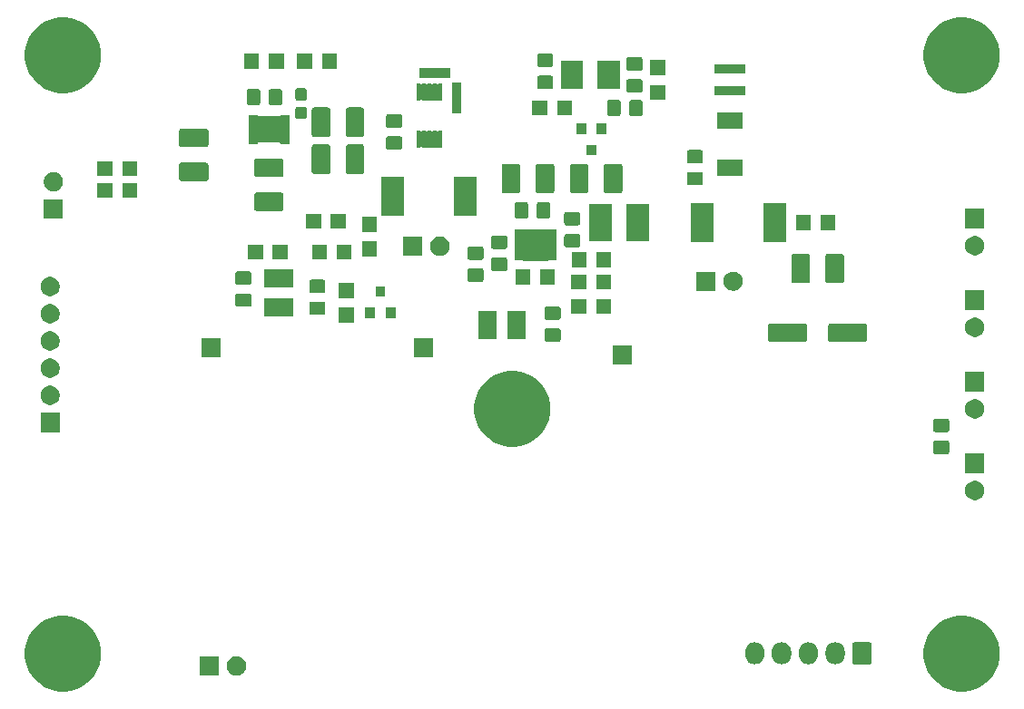
<source format=gbr>
G04 #@! TF.GenerationSoftware,KiCad,Pcbnew,(5.1.5)-3*
G04 #@! TF.CreationDate,2020-06-22T17:40:46-04:00*
G04 #@! TF.ProjectId,lab-supply-usb-boost-buck,6c61622d-7375-4707-906c-792d7573622d,rev?*
G04 #@! TF.SameCoordinates,Original*
G04 #@! TF.FileFunction,Soldermask,Top*
G04 #@! TF.FilePolarity,Negative*
%FSLAX46Y46*%
G04 Gerber Fmt 4.6, Leading zero omitted, Abs format (unit mm)*
G04 Created by KiCad (PCBNEW (5.1.5)-3) date 2020-06-22 17:40:46*
%MOMM*%
%LPD*%
G04 APERTURE LIST*
%ADD10C,0.100000*%
G04 APERTURE END LIST*
D10*
G36*
X140584200Y-62077600D02*
G01*
X140284200Y-62077600D01*
X140284200Y-61417200D01*
X140584200Y-61417200D01*
X140584200Y-62077600D01*
G37*
X140584200Y-62077600D02*
X140284200Y-62077600D01*
X140284200Y-61417200D01*
X140584200Y-61417200D01*
X140584200Y-62077600D01*
G36*
X141602600Y-62077600D02*
G01*
X141302600Y-62077600D01*
X141302600Y-61417200D01*
X141602600Y-61417200D01*
X141602600Y-62077600D01*
G37*
X141602600Y-62077600D02*
X141302600Y-62077600D01*
X141302600Y-61417200D01*
X141602600Y-61417200D01*
X141602600Y-62077600D01*
G36*
X141602600Y-60045600D02*
G01*
X141302600Y-60045600D01*
X141302600Y-59385200D01*
X141602600Y-59385200D01*
X141602600Y-60045600D01*
G37*
X141602600Y-60045600D02*
X141302600Y-60045600D01*
X141302600Y-59385200D01*
X141602600Y-59385200D01*
X141602600Y-60045600D01*
G36*
X140584200Y-60045600D02*
G01*
X140284200Y-60045600D01*
X140284200Y-59385200D01*
X140584200Y-59385200D01*
X140584200Y-60045600D01*
G37*
X140584200Y-60045600D02*
X140284200Y-60045600D01*
X140284200Y-59385200D01*
X140584200Y-59385200D01*
X140584200Y-60045600D01*
G36*
X115112800Y-62022000D02*
G01*
X115112800Y-61722000D01*
X115773200Y-61722000D01*
X115773200Y-62022000D01*
X115112800Y-62022000D01*
G37*
X115112800Y-62022000D02*
X115112800Y-61722000D01*
X115773200Y-61722000D01*
X115773200Y-62022000D01*
X115112800Y-62022000D01*
G36*
X115112800Y-63040400D02*
G01*
X115112800Y-62740400D01*
X115773200Y-62740400D01*
X115773200Y-63040400D01*
X115112800Y-63040400D01*
G37*
X115112800Y-63040400D02*
X115112800Y-62740400D01*
X115773200Y-62740400D01*
X115773200Y-63040400D01*
X115112800Y-63040400D01*
G36*
X112753000Y-59740800D02*
G01*
X113053000Y-59740800D01*
X113053000Y-60401200D01*
X112753000Y-60401200D01*
X112753000Y-59740800D01*
G37*
X112753000Y-59740800D02*
X113053000Y-59740800D01*
X113053000Y-60401200D01*
X112753000Y-60401200D01*
X112753000Y-59740800D01*
G36*
X113771400Y-59740800D02*
G01*
X114071400Y-59740800D01*
X114071400Y-60401200D01*
X113771400Y-60401200D01*
X113771400Y-59740800D01*
G37*
X113771400Y-59740800D02*
X114071400Y-59740800D01*
X114071400Y-60401200D01*
X113771400Y-60401200D01*
X113771400Y-59740800D01*
G36*
X163593543Y-110892867D02*
G01*
X164238382Y-111159968D01*
X164817414Y-111546865D01*
X164818725Y-111547741D01*
X165312259Y-112041275D01*
X165312261Y-112041278D01*
X165700032Y-112621618D01*
X165967133Y-113266457D01*
X166103300Y-113951015D01*
X166103300Y-114648985D01*
X165967133Y-115333543D01*
X165700032Y-115978382D01*
X165455867Y-116343800D01*
X165312259Y-116558725D01*
X164818725Y-117052259D01*
X164818722Y-117052261D01*
X164238382Y-117440032D01*
X163593543Y-117707133D01*
X162908985Y-117843300D01*
X162211015Y-117843300D01*
X161526457Y-117707133D01*
X160881618Y-117440032D01*
X160301278Y-117052261D01*
X160301275Y-117052259D01*
X159807741Y-116558725D01*
X159664133Y-116343800D01*
X159419968Y-115978382D01*
X159152867Y-115333543D01*
X159016700Y-114648985D01*
X159016700Y-113951015D01*
X159152867Y-113266457D01*
X159419968Y-112621618D01*
X159807739Y-112041278D01*
X159807741Y-112041275D01*
X160301275Y-111547741D01*
X160302586Y-111546865D01*
X160881618Y-111159968D01*
X161526457Y-110892867D01*
X162211015Y-110756700D01*
X162908985Y-110756700D01*
X163593543Y-110892867D01*
G37*
G36*
X79773543Y-110892867D02*
G01*
X80418382Y-111159968D01*
X80997414Y-111546865D01*
X80998725Y-111547741D01*
X81492259Y-112041275D01*
X81492261Y-112041278D01*
X81880032Y-112621618D01*
X82147133Y-113266457D01*
X82283300Y-113951015D01*
X82283300Y-114648985D01*
X82147133Y-115333543D01*
X81880032Y-115978382D01*
X81635867Y-116343800D01*
X81492259Y-116558725D01*
X80998725Y-117052259D01*
X80998722Y-117052261D01*
X80418382Y-117440032D01*
X79773543Y-117707133D01*
X79088985Y-117843300D01*
X78391015Y-117843300D01*
X77706457Y-117707133D01*
X77061618Y-117440032D01*
X76481278Y-117052261D01*
X76481275Y-117052259D01*
X75987741Y-116558725D01*
X75844133Y-116343800D01*
X75599968Y-115978382D01*
X75332867Y-115333543D01*
X75196700Y-114648985D01*
X75196700Y-113951015D01*
X75332867Y-113266457D01*
X75599968Y-112621618D01*
X75987739Y-112041278D01*
X75987741Y-112041275D01*
X76481275Y-111547741D01*
X76482586Y-111546865D01*
X77061618Y-111159968D01*
X77706457Y-110892867D01*
X78391015Y-110756700D01*
X79088985Y-110756700D01*
X79773543Y-110892867D01*
G37*
G36*
X95182554Y-114576817D02*
G01*
X95346489Y-114644721D01*
X95494027Y-114743303D01*
X95619497Y-114868773D01*
X95718079Y-115016311D01*
X95785983Y-115180246D01*
X95820600Y-115354279D01*
X95820600Y-115531721D01*
X95785983Y-115705754D01*
X95718079Y-115869689D01*
X95619497Y-116017227D01*
X95494027Y-116142697D01*
X95346489Y-116241279D01*
X95182554Y-116309183D01*
X95008521Y-116343800D01*
X94831079Y-116343800D01*
X94657046Y-116309183D01*
X94493111Y-116241279D01*
X94345573Y-116142697D01*
X94220103Y-116017227D01*
X94121521Y-115869689D01*
X94053617Y-115705754D01*
X94019000Y-115531721D01*
X94019000Y-115354279D01*
X94053617Y-115180246D01*
X94121521Y-115016311D01*
X94220103Y-114868773D01*
X94345573Y-114743303D01*
X94493111Y-114644721D01*
X94657046Y-114576817D01*
X94831079Y-114542200D01*
X95008521Y-114542200D01*
X95182554Y-114576817D01*
G37*
G36*
X93280600Y-116343800D02*
G01*
X91479000Y-116343800D01*
X91479000Y-114542200D01*
X93280600Y-114542200D01*
X93280600Y-116343800D01*
G37*
G36*
X148440189Y-113249134D02*
G01*
X148609989Y-113300642D01*
X148766479Y-113384288D01*
X148903644Y-113496856D01*
X149016212Y-113634021D01*
X149099858Y-113790512D01*
X149151366Y-113960310D01*
X149164400Y-114092651D01*
X149164400Y-114431150D01*
X149151366Y-114563489D01*
X149099858Y-114733289D01*
X149016212Y-114889779D01*
X148903644Y-115026944D01*
X148766477Y-115139514D01*
X148609991Y-115223157D01*
X148440188Y-115274666D01*
X148263600Y-115292058D01*
X148087011Y-115274666D01*
X147917211Y-115223158D01*
X147760721Y-115139512D01*
X147623556Y-115026944D01*
X147510986Y-114889777D01*
X147427343Y-114733291D01*
X147375834Y-114563488D01*
X147362800Y-114431149D01*
X147362800Y-114092650D01*
X147375834Y-113960311D01*
X147427342Y-113790511D01*
X147510988Y-113634021D01*
X147623557Y-113496856D01*
X147760722Y-113384288D01*
X147917212Y-113300642D01*
X148087012Y-113249134D01*
X148263600Y-113231742D01*
X148440189Y-113249134D01*
G37*
G36*
X145940189Y-113249134D02*
G01*
X146109989Y-113300642D01*
X146266479Y-113384288D01*
X146403644Y-113496856D01*
X146516212Y-113634021D01*
X146599858Y-113790512D01*
X146651366Y-113960310D01*
X146664400Y-114092651D01*
X146664400Y-114431150D01*
X146651366Y-114563489D01*
X146599858Y-114733289D01*
X146516212Y-114889779D01*
X146403644Y-115026944D01*
X146266477Y-115139514D01*
X146109991Y-115223157D01*
X145940188Y-115274666D01*
X145763600Y-115292058D01*
X145587011Y-115274666D01*
X145417211Y-115223158D01*
X145260721Y-115139512D01*
X145123556Y-115026944D01*
X145010986Y-114889777D01*
X144927343Y-114733291D01*
X144875834Y-114563488D01*
X144862800Y-114431149D01*
X144862800Y-114092650D01*
X144875834Y-113960311D01*
X144927342Y-113790511D01*
X145010988Y-113634021D01*
X145123557Y-113496856D01*
X145260722Y-113384288D01*
X145417212Y-113300642D01*
X145587012Y-113249134D01*
X145763600Y-113231742D01*
X145940189Y-113249134D01*
G37*
G36*
X143440189Y-113249134D02*
G01*
X143609989Y-113300642D01*
X143766479Y-113384288D01*
X143903644Y-113496856D01*
X144016212Y-113634021D01*
X144099858Y-113790512D01*
X144151366Y-113960310D01*
X144164400Y-114092651D01*
X144164400Y-114431150D01*
X144151366Y-114563489D01*
X144099858Y-114733289D01*
X144016212Y-114889779D01*
X143903644Y-115026944D01*
X143766477Y-115139514D01*
X143609991Y-115223157D01*
X143440188Y-115274666D01*
X143263600Y-115292058D01*
X143087011Y-115274666D01*
X142917211Y-115223158D01*
X142760721Y-115139512D01*
X142623556Y-115026944D01*
X142510986Y-114889777D01*
X142427343Y-114733291D01*
X142375834Y-114563488D01*
X142362800Y-114431149D01*
X142362800Y-114092650D01*
X142375834Y-113960311D01*
X142427342Y-113790511D01*
X142510988Y-113634021D01*
X142623557Y-113496856D01*
X142760722Y-113384288D01*
X142917212Y-113300642D01*
X143087012Y-113249134D01*
X143263600Y-113231742D01*
X143440189Y-113249134D01*
G37*
G36*
X150940189Y-113249134D02*
G01*
X151109989Y-113300642D01*
X151266479Y-113384288D01*
X151403644Y-113496856D01*
X151516212Y-113634021D01*
X151599858Y-113790512D01*
X151651366Y-113960310D01*
X151664400Y-114092651D01*
X151664400Y-114431150D01*
X151651366Y-114563489D01*
X151599858Y-114733289D01*
X151516212Y-114889779D01*
X151403644Y-115026944D01*
X151266477Y-115139514D01*
X151109991Y-115223157D01*
X150940188Y-115274666D01*
X150763600Y-115292058D01*
X150587011Y-115274666D01*
X150417211Y-115223158D01*
X150260721Y-115139512D01*
X150123556Y-115026944D01*
X150010986Y-114889777D01*
X149927343Y-114733291D01*
X149875834Y-114563488D01*
X149862800Y-114431149D01*
X149862800Y-114092650D01*
X149875834Y-113960311D01*
X149927342Y-113790511D01*
X150010988Y-113634021D01*
X150123557Y-113496856D01*
X150260722Y-113384288D01*
X150417212Y-113300642D01*
X150587012Y-113249134D01*
X150763600Y-113231742D01*
X150940189Y-113249134D01*
G37*
G36*
X154008779Y-113240296D02*
G01*
X154044930Y-113251262D01*
X154078251Y-113269073D01*
X154107458Y-113293042D01*
X154131427Y-113322249D01*
X154149238Y-113355570D01*
X154160204Y-113391721D01*
X154164400Y-113434318D01*
X154164400Y-115089482D01*
X154160204Y-115132079D01*
X154149238Y-115168230D01*
X154131427Y-115201551D01*
X154107458Y-115230758D01*
X154078251Y-115254727D01*
X154044930Y-115272538D01*
X154008779Y-115283504D01*
X153966182Y-115287700D01*
X152561018Y-115287700D01*
X152518421Y-115283504D01*
X152482270Y-115272538D01*
X152448949Y-115254727D01*
X152419742Y-115230758D01*
X152395773Y-115201551D01*
X152377962Y-115168230D01*
X152366996Y-115132079D01*
X152362800Y-115089482D01*
X152362800Y-113434318D01*
X152366996Y-113391721D01*
X152377962Y-113355570D01*
X152395773Y-113322249D01*
X152419742Y-113293042D01*
X152448949Y-113269073D01*
X152482270Y-113251262D01*
X152518421Y-113240296D01*
X152561018Y-113236100D01*
X153966182Y-113236100D01*
X154008779Y-113240296D01*
G37*
G36*
X164041954Y-98193817D02*
G01*
X164205889Y-98261721D01*
X164353427Y-98360303D01*
X164478897Y-98485773D01*
X164577479Y-98633311D01*
X164645383Y-98797246D01*
X164680000Y-98971279D01*
X164680000Y-99148721D01*
X164645383Y-99322754D01*
X164577479Y-99486689D01*
X164478897Y-99634227D01*
X164353427Y-99759697D01*
X164205889Y-99858279D01*
X164041954Y-99926183D01*
X163867921Y-99960800D01*
X163690479Y-99960800D01*
X163516446Y-99926183D01*
X163352511Y-99858279D01*
X163204973Y-99759697D01*
X163079503Y-99634227D01*
X162980921Y-99486689D01*
X162913017Y-99322754D01*
X162878400Y-99148721D01*
X162878400Y-98971279D01*
X162913017Y-98797246D01*
X162980921Y-98633311D01*
X163079503Y-98485773D01*
X163204973Y-98360303D01*
X163352511Y-98261721D01*
X163516446Y-98193817D01*
X163690479Y-98159200D01*
X163867921Y-98159200D01*
X164041954Y-98193817D01*
G37*
G36*
X164680000Y-97420800D02*
G01*
X162878400Y-97420800D01*
X162878400Y-95619200D01*
X164680000Y-95619200D01*
X164680000Y-97420800D01*
G37*
G36*
X161233381Y-94409196D02*
G01*
X161273452Y-94421352D01*
X161310376Y-94441088D01*
X161342746Y-94467654D01*
X161369312Y-94500024D01*
X161389048Y-94536948D01*
X161401204Y-94577019D01*
X161405800Y-94623686D01*
X161405800Y-95437114D01*
X161401204Y-95483781D01*
X161389048Y-95523852D01*
X161369312Y-95560776D01*
X161342746Y-95593146D01*
X161310376Y-95619712D01*
X161273452Y-95639448D01*
X161233381Y-95651604D01*
X161186714Y-95656200D01*
X160123286Y-95656200D01*
X160076619Y-95651604D01*
X160036548Y-95639448D01*
X159999624Y-95619712D01*
X159967254Y-95593146D01*
X159940688Y-95560776D01*
X159920952Y-95523852D01*
X159908796Y-95483781D01*
X159904200Y-95437114D01*
X159904200Y-94623686D01*
X159908796Y-94577019D01*
X159920952Y-94536948D01*
X159940688Y-94500024D01*
X159967254Y-94467654D01*
X159999624Y-94441088D01*
X160036548Y-94421352D01*
X160076619Y-94409196D01*
X160123286Y-94404600D01*
X161186714Y-94404600D01*
X161233381Y-94409196D01*
G37*
G36*
X121683543Y-88032867D02*
G01*
X122328382Y-88299968D01*
X122907414Y-88686865D01*
X122908725Y-88687741D01*
X123402259Y-89181275D01*
X123402261Y-89181278D01*
X123790032Y-89761618D01*
X124057133Y-90406457D01*
X124193300Y-91091015D01*
X124193300Y-91788985D01*
X124057133Y-92473543D01*
X123790032Y-93118382D01*
X123403135Y-93697414D01*
X123402259Y-93698725D01*
X122908725Y-94192259D01*
X122908722Y-94192261D01*
X122328382Y-94580032D01*
X121683543Y-94847133D01*
X120998985Y-94983300D01*
X120301015Y-94983300D01*
X119616457Y-94847133D01*
X118971618Y-94580032D01*
X118391278Y-94192261D01*
X118391275Y-94192259D01*
X117897741Y-93698725D01*
X117896865Y-93697414D01*
X117509968Y-93118382D01*
X117242867Y-92473543D01*
X117106700Y-91788985D01*
X117106700Y-91091015D01*
X117242867Y-90406457D01*
X117509968Y-89761618D01*
X117897739Y-89181278D01*
X117897741Y-89181275D01*
X118391275Y-88687741D01*
X118392586Y-88686865D01*
X118971618Y-88299968D01*
X119616457Y-88032867D01*
X120301015Y-87896700D01*
X120998985Y-87896700D01*
X121683543Y-88032867D01*
G37*
G36*
X78447000Y-93610800D02*
G01*
X76645400Y-93610800D01*
X76645400Y-91809200D01*
X78447000Y-91809200D01*
X78447000Y-93610800D01*
G37*
G36*
X161233381Y-92359196D02*
G01*
X161273452Y-92371352D01*
X161310376Y-92391088D01*
X161342746Y-92417654D01*
X161369312Y-92450024D01*
X161389048Y-92486948D01*
X161401204Y-92527019D01*
X161405800Y-92573686D01*
X161405800Y-93387114D01*
X161401204Y-93433781D01*
X161389048Y-93473852D01*
X161369312Y-93510776D01*
X161342746Y-93543146D01*
X161310376Y-93569712D01*
X161273452Y-93589448D01*
X161233381Y-93601604D01*
X161186714Y-93606200D01*
X160123286Y-93606200D01*
X160076619Y-93601604D01*
X160036548Y-93589448D01*
X159999624Y-93569712D01*
X159967254Y-93543146D01*
X159940688Y-93510776D01*
X159920952Y-93473852D01*
X159908796Y-93433781D01*
X159904200Y-93387114D01*
X159904200Y-92573686D01*
X159908796Y-92527019D01*
X159920952Y-92486948D01*
X159940688Y-92450024D01*
X159967254Y-92417654D01*
X159999624Y-92391088D01*
X160036548Y-92371352D01*
X160076619Y-92359196D01*
X160123286Y-92354600D01*
X161186714Y-92354600D01*
X161233381Y-92359196D01*
G37*
G36*
X164041954Y-90573817D02*
G01*
X164205889Y-90641721D01*
X164353427Y-90740303D01*
X164478897Y-90865773D01*
X164577479Y-91013311D01*
X164645383Y-91177246D01*
X164680000Y-91351279D01*
X164680000Y-91528721D01*
X164645383Y-91702754D01*
X164577479Y-91866689D01*
X164478897Y-92014227D01*
X164353427Y-92139697D01*
X164205889Y-92238279D01*
X164041954Y-92306183D01*
X163867921Y-92340800D01*
X163690479Y-92340800D01*
X163516446Y-92306183D01*
X163352511Y-92238279D01*
X163204973Y-92139697D01*
X163079503Y-92014227D01*
X162980921Y-91866689D01*
X162913017Y-91702754D01*
X162878400Y-91528721D01*
X162878400Y-91351279D01*
X162913017Y-91177246D01*
X162980921Y-91013311D01*
X163079503Y-90865773D01*
X163204973Y-90740303D01*
X163352511Y-90641721D01*
X163516446Y-90573817D01*
X163690479Y-90539200D01*
X163867921Y-90539200D01*
X164041954Y-90573817D01*
G37*
G36*
X77808954Y-89303817D02*
G01*
X77972889Y-89371721D01*
X78120427Y-89470303D01*
X78245897Y-89595773D01*
X78344479Y-89743311D01*
X78412383Y-89907246D01*
X78447000Y-90081279D01*
X78447000Y-90258721D01*
X78412383Y-90432754D01*
X78344479Y-90596689D01*
X78245897Y-90744227D01*
X78120427Y-90869697D01*
X77972889Y-90968279D01*
X77808954Y-91036183D01*
X77634921Y-91070800D01*
X77457479Y-91070800D01*
X77283446Y-91036183D01*
X77119511Y-90968279D01*
X76971973Y-90869697D01*
X76846503Y-90744227D01*
X76747921Y-90596689D01*
X76680017Y-90432754D01*
X76645400Y-90258721D01*
X76645400Y-90081279D01*
X76680017Y-89907246D01*
X76747921Y-89743311D01*
X76846503Y-89595773D01*
X76971973Y-89470303D01*
X77119511Y-89371721D01*
X77283446Y-89303817D01*
X77457479Y-89269200D01*
X77634921Y-89269200D01*
X77808954Y-89303817D01*
G37*
G36*
X164680000Y-89800800D02*
G01*
X162878400Y-89800800D01*
X162878400Y-87999200D01*
X164680000Y-87999200D01*
X164680000Y-89800800D01*
G37*
G36*
X77808954Y-86763817D02*
G01*
X77972889Y-86831721D01*
X78120427Y-86930303D01*
X78245897Y-87055773D01*
X78344479Y-87203311D01*
X78412383Y-87367246D01*
X78447000Y-87541279D01*
X78447000Y-87718721D01*
X78412383Y-87892754D01*
X78344479Y-88056689D01*
X78245897Y-88204227D01*
X78120427Y-88329697D01*
X77972889Y-88428279D01*
X77808954Y-88496183D01*
X77634921Y-88530800D01*
X77457479Y-88530800D01*
X77283446Y-88496183D01*
X77119511Y-88428279D01*
X76971973Y-88329697D01*
X76846503Y-88204227D01*
X76747921Y-88056689D01*
X76680017Y-87892754D01*
X76645400Y-87718721D01*
X76645400Y-87541279D01*
X76680017Y-87367246D01*
X76747921Y-87203311D01*
X76846503Y-87055773D01*
X76971973Y-86930303D01*
X77119511Y-86831721D01*
X77283446Y-86763817D01*
X77457479Y-86729200D01*
X77634921Y-86729200D01*
X77808954Y-86763817D01*
G37*
G36*
X131787000Y-87298900D02*
G01*
X129985400Y-87298900D01*
X129985400Y-85497300D01*
X131787000Y-85497300D01*
X131787000Y-87298900D01*
G37*
G36*
X93483800Y-86625800D02*
G01*
X91682200Y-86625800D01*
X91682200Y-84824200D01*
X93483800Y-84824200D01*
X93483800Y-86625800D01*
G37*
G36*
X113295800Y-86625800D02*
G01*
X111494200Y-86625800D01*
X111494200Y-84824200D01*
X113295800Y-84824200D01*
X113295800Y-86625800D01*
G37*
G36*
X77808954Y-84223817D02*
G01*
X77972889Y-84291721D01*
X78120427Y-84390303D01*
X78245897Y-84515773D01*
X78344479Y-84663311D01*
X78412383Y-84827246D01*
X78447000Y-85001279D01*
X78447000Y-85178721D01*
X78412383Y-85352754D01*
X78344479Y-85516689D01*
X78245897Y-85664227D01*
X78120427Y-85789697D01*
X77972889Y-85888279D01*
X77808954Y-85956183D01*
X77634921Y-85990800D01*
X77457479Y-85990800D01*
X77283446Y-85956183D01*
X77119511Y-85888279D01*
X76971973Y-85789697D01*
X76846503Y-85664227D01*
X76747921Y-85516689D01*
X76680017Y-85352754D01*
X76645400Y-85178721D01*
X76645400Y-85001279D01*
X76680017Y-84827246D01*
X76747921Y-84663311D01*
X76846503Y-84515773D01*
X76971973Y-84390303D01*
X77119511Y-84291721D01*
X77283446Y-84223817D01*
X77457479Y-84189200D01*
X77634921Y-84189200D01*
X77808954Y-84223817D01*
G37*
G36*
X147966326Y-83481450D02*
G01*
X148003001Y-83492575D01*
X148036810Y-83510646D01*
X148066438Y-83534962D01*
X148090754Y-83564590D01*
X148108825Y-83598399D01*
X148119950Y-83635074D01*
X148124200Y-83678219D01*
X148124200Y-84977781D01*
X148119950Y-85020926D01*
X148108825Y-85057601D01*
X148090754Y-85091410D01*
X148066438Y-85121038D01*
X148036810Y-85145354D01*
X148003001Y-85163425D01*
X147966326Y-85174550D01*
X147923181Y-85178800D01*
X144723619Y-85178800D01*
X144680474Y-85174550D01*
X144643799Y-85163425D01*
X144609990Y-85145354D01*
X144580362Y-85121038D01*
X144556046Y-85091410D01*
X144537975Y-85057601D01*
X144526850Y-85020926D01*
X144522600Y-84977781D01*
X144522600Y-83678219D01*
X144526850Y-83635074D01*
X144537975Y-83598399D01*
X144556046Y-83564590D01*
X144580362Y-83534962D01*
X144609990Y-83510646D01*
X144643799Y-83492575D01*
X144680474Y-83481450D01*
X144723619Y-83477200D01*
X147923181Y-83477200D01*
X147966326Y-83481450D01*
G37*
G36*
X153566326Y-83481450D02*
G01*
X153603001Y-83492575D01*
X153636810Y-83510646D01*
X153666438Y-83534962D01*
X153690754Y-83564590D01*
X153708825Y-83598399D01*
X153719950Y-83635074D01*
X153724200Y-83678219D01*
X153724200Y-84977781D01*
X153719950Y-85020926D01*
X153708825Y-85057601D01*
X153690754Y-85091410D01*
X153666438Y-85121038D01*
X153636810Y-85145354D01*
X153603001Y-85163425D01*
X153566326Y-85174550D01*
X153523181Y-85178800D01*
X150323619Y-85178800D01*
X150280474Y-85174550D01*
X150243799Y-85163425D01*
X150209990Y-85145354D01*
X150180362Y-85121038D01*
X150156046Y-85091410D01*
X150137975Y-85057601D01*
X150126850Y-85020926D01*
X150122600Y-84977781D01*
X150122600Y-83678219D01*
X150126850Y-83635074D01*
X150137975Y-83598399D01*
X150156046Y-83564590D01*
X150180362Y-83534962D01*
X150209990Y-83510646D01*
X150243799Y-83492575D01*
X150280474Y-83481450D01*
X150323619Y-83477200D01*
X153523181Y-83477200D01*
X153566326Y-83481450D01*
G37*
G36*
X124987581Y-83931696D02*
G01*
X125027652Y-83943852D01*
X125064576Y-83963588D01*
X125096946Y-83990154D01*
X125123512Y-84022524D01*
X125143248Y-84059448D01*
X125155404Y-84099519D01*
X125160000Y-84146186D01*
X125160000Y-84959614D01*
X125155404Y-85006281D01*
X125143248Y-85046352D01*
X125123512Y-85083276D01*
X125096946Y-85115646D01*
X125064576Y-85142212D01*
X125027652Y-85161948D01*
X124987581Y-85174104D01*
X124940914Y-85178700D01*
X123877486Y-85178700D01*
X123830819Y-85174104D01*
X123790748Y-85161948D01*
X123753824Y-85142212D01*
X123721454Y-85115646D01*
X123694888Y-85083276D01*
X123675152Y-85046352D01*
X123662996Y-85006281D01*
X123658400Y-84959614D01*
X123658400Y-84146186D01*
X123662996Y-84099519D01*
X123675152Y-84059448D01*
X123694888Y-84022524D01*
X123721454Y-83990154D01*
X123753824Y-83963588D01*
X123790748Y-83943852D01*
X123830819Y-83931696D01*
X123877486Y-83927100D01*
X124940914Y-83927100D01*
X124987581Y-83931696D01*
G37*
G36*
X119191000Y-84929900D02*
G01*
X117529400Y-84929900D01*
X117529400Y-82278300D01*
X119191000Y-82278300D01*
X119191000Y-84929900D01*
G37*
G36*
X121891000Y-84929900D02*
G01*
X120229400Y-84929900D01*
X120229400Y-82278300D01*
X121891000Y-82278300D01*
X121891000Y-84929900D01*
G37*
G36*
X164041954Y-82953817D02*
G01*
X164205889Y-83021721D01*
X164353427Y-83120303D01*
X164478897Y-83245773D01*
X164577479Y-83393311D01*
X164645383Y-83557246D01*
X164680000Y-83731279D01*
X164680000Y-83908721D01*
X164645383Y-84082754D01*
X164577479Y-84246689D01*
X164478897Y-84394227D01*
X164353427Y-84519697D01*
X164205889Y-84618279D01*
X164041954Y-84686183D01*
X163867921Y-84720800D01*
X163690479Y-84720800D01*
X163516446Y-84686183D01*
X163352511Y-84618279D01*
X163204973Y-84519697D01*
X163079503Y-84394227D01*
X162980921Y-84246689D01*
X162913017Y-84082754D01*
X162878400Y-83908721D01*
X162878400Y-83731279D01*
X162913017Y-83557246D01*
X162980921Y-83393311D01*
X163079503Y-83245773D01*
X163204973Y-83120303D01*
X163352511Y-83021721D01*
X163516446Y-82953817D01*
X163690479Y-82919200D01*
X163867921Y-82919200D01*
X164041954Y-82953817D01*
G37*
G36*
X77808954Y-81683817D02*
G01*
X77972889Y-81751721D01*
X78120427Y-81850303D01*
X78245897Y-81975773D01*
X78344479Y-82123311D01*
X78412383Y-82287246D01*
X78447000Y-82461279D01*
X78447000Y-82638721D01*
X78412383Y-82812754D01*
X78344479Y-82976689D01*
X78245897Y-83124227D01*
X78120427Y-83249697D01*
X77972889Y-83348279D01*
X77808954Y-83416183D01*
X77634921Y-83450800D01*
X77457479Y-83450800D01*
X77283446Y-83416183D01*
X77119511Y-83348279D01*
X76971973Y-83249697D01*
X76846503Y-83124227D01*
X76747921Y-82976689D01*
X76680017Y-82812754D01*
X76645400Y-82638721D01*
X76645400Y-82461279D01*
X76680017Y-82287246D01*
X76747921Y-82123311D01*
X76846503Y-81975773D01*
X76971973Y-81850303D01*
X77119511Y-81751721D01*
X77283446Y-81683817D01*
X77457479Y-81649200D01*
X77634921Y-81649200D01*
X77808954Y-81683817D01*
G37*
G36*
X105894900Y-83397500D02*
G01*
X104493300Y-83397500D01*
X104493300Y-81995900D01*
X105894900Y-81995900D01*
X105894900Y-83397500D01*
G37*
G36*
X124987581Y-81881696D02*
G01*
X125027652Y-81893852D01*
X125064576Y-81913588D01*
X125096946Y-81940154D01*
X125123512Y-81972524D01*
X125143248Y-82009448D01*
X125155404Y-82049519D01*
X125160000Y-82096186D01*
X125160000Y-82909614D01*
X125155404Y-82956281D01*
X125143248Y-82996352D01*
X125123512Y-83033276D01*
X125096946Y-83065646D01*
X125064576Y-83092212D01*
X125027652Y-83111948D01*
X124987581Y-83124104D01*
X124940914Y-83128700D01*
X123877486Y-83128700D01*
X123830819Y-83124104D01*
X123790748Y-83111948D01*
X123753824Y-83092212D01*
X123721454Y-83065646D01*
X123694888Y-83033276D01*
X123675152Y-82996352D01*
X123662996Y-82956281D01*
X123658400Y-82909614D01*
X123658400Y-82096186D01*
X123662996Y-82049519D01*
X123675152Y-82009448D01*
X123694888Y-81972524D01*
X123721454Y-81940154D01*
X123753824Y-81913588D01*
X123790748Y-81893852D01*
X123830819Y-81881696D01*
X123877486Y-81877100D01*
X124940914Y-81877100D01*
X124987581Y-81881696D01*
G37*
G36*
X107844500Y-82984000D02*
G01*
X106942900Y-82984000D01*
X106942900Y-81982400D01*
X107844500Y-81982400D01*
X107844500Y-82984000D01*
G37*
G36*
X109744500Y-82984000D02*
G01*
X108842900Y-82984000D01*
X108842900Y-81982400D01*
X109744500Y-81982400D01*
X109744500Y-82984000D01*
G37*
G36*
X100182600Y-82787700D02*
G01*
X97531000Y-82787700D01*
X97531000Y-81126100D01*
X100182600Y-81126100D01*
X100182600Y-82787700D01*
G37*
G36*
X103041981Y-81429796D02*
G01*
X103082052Y-81441952D01*
X103118976Y-81461688D01*
X103151346Y-81488254D01*
X103177912Y-81520624D01*
X103197648Y-81557548D01*
X103209804Y-81597619D01*
X103214400Y-81644286D01*
X103214400Y-82457714D01*
X103209804Y-82504381D01*
X103197648Y-82544452D01*
X103177912Y-82581376D01*
X103151346Y-82613746D01*
X103118976Y-82640312D01*
X103082052Y-82660048D01*
X103041981Y-82672204D01*
X102995314Y-82676800D01*
X101931886Y-82676800D01*
X101885219Y-82672204D01*
X101845148Y-82660048D01*
X101808224Y-82640312D01*
X101775854Y-82613746D01*
X101749288Y-82581376D01*
X101729552Y-82544452D01*
X101717396Y-82504381D01*
X101712800Y-82457714D01*
X101712800Y-81644286D01*
X101717396Y-81597619D01*
X101729552Y-81557548D01*
X101749288Y-81520624D01*
X101775854Y-81488254D01*
X101808224Y-81461688D01*
X101845148Y-81441952D01*
X101885219Y-81429796D01*
X101931886Y-81425200D01*
X102995314Y-81425200D01*
X103041981Y-81429796D01*
G37*
G36*
X127566800Y-82590400D02*
G01*
X126165200Y-82590400D01*
X126165200Y-81188800D01*
X127566800Y-81188800D01*
X127566800Y-82590400D01*
G37*
G36*
X129866800Y-82590400D02*
G01*
X128465200Y-82590400D01*
X128465200Y-81188800D01*
X129866800Y-81188800D01*
X129866800Y-82590400D01*
G37*
G36*
X164680000Y-82180800D02*
G01*
X162878400Y-82180800D01*
X162878400Y-80379200D01*
X164680000Y-80379200D01*
X164680000Y-82180800D01*
G37*
G36*
X96145881Y-80667796D02*
G01*
X96185952Y-80679952D01*
X96222876Y-80699688D01*
X96255246Y-80726254D01*
X96281812Y-80758624D01*
X96301548Y-80795548D01*
X96313704Y-80835619D01*
X96318300Y-80882286D01*
X96318300Y-81695714D01*
X96313704Y-81742381D01*
X96301548Y-81782452D01*
X96281812Y-81819376D01*
X96255246Y-81851746D01*
X96222876Y-81878312D01*
X96185952Y-81898048D01*
X96145881Y-81910204D01*
X96099214Y-81914800D01*
X95035786Y-81914800D01*
X94989119Y-81910204D01*
X94949048Y-81898048D01*
X94912124Y-81878312D01*
X94879754Y-81851746D01*
X94853188Y-81819376D01*
X94833452Y-81782452D01*
X94821296Y-81742381D01*
X94816700Y-81695714D01*
X94816700Y-80882286D01*
X94821296Y-80835619D01*
X94833452Y-80795548D01*
X94853188Y-80758624D01*
X94879754Y-80726254D01*
X94912124Y-80699688D01*
X94949048Y-80679952D01*
X94989119Y-80667796D01*
X95035786Y-80663200D01*
X96099214Y-80663200D01*
X96145881Y-80667796D01*
G37*
G36*
X105894900Y-81097500D02*
G01*
X104493300Y-81097500D01*
X104493300Y-79695900D01*
X105894900Y-79695900D01*
X105894900Y-81097500D01*
G37*
G36*
X108794500Y-80984000D02*
G01*
X107892900Y-80984000D01*
X107892900Y-79982400D01*
X108794500Y-79982400D01*
X108794500Y-80984000D01*
G37*
G36*
X77808954Y-79143817D02*
G01*
X77972889Y-79211721D01*
X78120427Y-79310303D01*
X78245897Y-79435773D01*
X78344479Y-79583311D01*
X78412383Y-79747246D01*
X78447000Y-79921279D01*
X78447000Y-80098721D01*
X78412383Y-80272754D01*
X78344479Y-80436689D01*
X78245897Y-80584227D01*
X78120427Y-80709697D01*
X77972889Y-80808279D01*
X77808954Y-80876183D01*
X77634921Y-80910800D01*
X77457479Y-80910800D01*
X77283446Y-80876183D01*
X77119511Y-80808279D01*
X76971973Y-80709697D01*
X76846503Y-80584227D01*
X76747921Y-80436689D01*
X76680017Y-80272754D01*
X76645400Y-80098721D01*
X76645400Y-79921279D01*
X76680017Y-79747246D01*
X76747921Y-79583311D01*
X76846503Y-79435773D01*
X76971973Y-79310303D01*
X77119511Y-79211721D01*
X77283446Y-79143817D01*
X77457479Y-79109200D01*
X77634921Y-79109200D01*
X77808954Y-79143817D01*
G37*
G36*
X103041981Y-79379796D02*
G01*
X103082052Y-79391952D01*
X103118976Y-79411688D01*
X103151346Y-79438254D01*
X103177912Y-79470624D01*
X103197648Y-79507548D01*
X103209804Y-79547619D01*
X103214400Y-79594286D01*
X103214400Y-80407714D01*
X103209804Y-80454381D01*
X103197648Y-80494452D01*
X103177912Y-80531376D01*
X103151346Y-80563746D01*
X103118976Y-80590312D01*
X103082052Y-80610048D01*
X103041981Y-80622204D01*
X102995314Y-80626800D01*
X101931886Y-80626800D01*
X101885219Y-80622204D01*
X101845148Y-80610048D01*
X101808224Y-80590312D01*
X101775854Y-80563746D01*
X101749288Y-80531376D01*
X101729552Y-80494452D01*
X101717396Y-80454381D01*
X101712800Y-80407714D01*
X101712800Y-79594286D01*
X101717396Y-79547619D01*
X101729552Y-79507548D01*
X101749288Y-79470624D01*
X101775854Y-79438254D01*
X101808224Y-79411688D01*
X101845148Y-79391952D01*
X101885219Y-79379796D01*
X101931886Y-79375200D01*
X102995314Y-79375200D01*
X103041981Y-79379796D01*
G37*
G36*
X139610200Y-80428200D02*
G01*
X137808600Y-80428200D01*
X137808600Y-78626600D01*
X139610200Y-78626600D01*
X139610200Y-80428200D01*
G37*
G36*
X141512154Y-78661217D02*
G01*
X141676089Y-78729121D01*
X141823627Y-78827703D01*
X141949097Y-78953173D01*
X142047679Y-79100711D01*
X142115583Y-79264646D01*
X142150200Y-79438679D01*
X142150200Y-79616121D01*
X142115583Y-79790154D01*
X142047679Y-79954089D01*
X141949097Y-80101627D01*
X141823627Y-80227097D01*
X141676089Y-80325679D01*
X141512154Y-80393583D01*
X141338121Y-80428200D01*
X141160679Y-80428200D01*
X140986646Y-80393583D01*
X140822711Y-80325679D01*
X140675173Y-80227097D01*
X140549703Y-80101627D01*
X140451121Y-79954089D01*
X140383217Y-79790154D01*
X140348600Y-79616121D01*
X140348600Y-79438679D01*
X140383217Y-79264646D01*
X140451121Y-79100711D01*
X140549703Y-78953173D01*
X140675173Y-78827703D01*
X140822711Y-78729121D01*
X140986646Y-78661217D01*
X141160679Y-78626600D01*
X141338121Y-78626600D01*
X141512154Y-78661217D01*
G37*
G36*
X129866800Y-80304400D02*
G01*
X128465200Y-80304400D01*
X128465200Y-78902800D01*
X129866800Y-78902800D01*
X129866800Y-80304400D01*
G37*
G36*
X127566800Y-80304400D02*
G01*
X126165200Y-80304400D01*
X126165200Y-78902800D01*
X127566800Y-78902800D01*
X127566800Y-80304400D01*
G37*
G36*
X100182600Y-80087700D02*
G01*
X97531000Y-80087700D01*
X97531000Y-78426100D01*
X100182600Y-78426100D01*
X100182600Y-80087700D01*
G37*
G36*
X96145881Y-78617796D02*
G01*
X96185952Y-78629952D01*
X96222876Y-78649688D01*
X96255246Y-78676254D01*
X96281812Y-78708624D01*
X96301548Y-78745548D01*
X96313704Y-78785619D01*
X96318300Y-78832286D01*
X96318300Y-79645714D01*
X96313704Y-79692381D01*
X96301548Y-79732452D01*
X96281812Y-79769376D01*
X96255246Y-79801746D01*
X96222876Y-79828312D01*
X96185952Y-79848048D01*
X96145881Y-79860204D01*
X96099214Y-79864800D01*
X95035786Y-79864800D01*
X94989119Y-79860204D01*
X94949048Y-79848048D01*
X94912124Y-79828312D01*
X94879754Y-79801746D01*
X94853188Y-79769376D01*
X94833452Y-79732452D01*
X94821296Y-79692381D01*
X94816700Y-79645714D01*
X94816700Y-78832286D01*
X94821296Y-78785619D01*
X94833452Y-78745548D01*
X94853188Y-78708624D01*
X94879754Y-78676254D01*
X94912124Y-78649688D01*
X94949048Y-78629952D01*
X94989119Y-78617796D01*
X95035786Y-78613200D01*
X96099214Y-78613200D01*
X96145881Y-78617796D01*
G37*
G36*
X124634400Y-79847200D02*
G01*
X123232800Y-79847200D01*
X123232800Y-78445600D01*
X124634400Y-78445600D01*
X124634400Y-79847200D01*
G37*
G36*
X122334400Y-79847200D02*
G01*
X120932800Y-79847200D01*
X120932800Y-78445600D01*
X122334400Y-78445600D01*
X122334400Y-79847200D01*
G37*
G36*
X151384054Y-76962819D02*
G01*
X151428257Y-76976228D01*
X151468988Y-76997999D01*
X151504696Y-77027304D01*
X151534001Y-77063012D01*
X151555772Y-77103743D01*
X151569181Y-77147946D01*
X151574200Y-77198908D01*
X151574200Y-79468292D01*
X151569181Y-79519254D01*
X151555772Y-79563457D01*
X151534001Y-79604188D01*
X151504696Y-79639896D01*
X151468988Y-79669201D01*
X151428257Y-79690972D01*
X151384054Y-79704381D01*
X151333092Y-79709400D01*
X150088708Y-79709400D01*
X150037746Y-79704381D01*
X149993543Y-79690972D01*
X149952812Y-79669201D01*
X149917104Y-79639896D01*
X149887799Y-79604188D01*
X149866028Y-79563457D01*
X149852619Y-79519254D01*
X149847600Y-79468292D01*
X149847600Y-77198908D01*
X149852619Y-77147946D01*
X149866028Y-77103743D01*
X149887799Y-77063012D01*
X149917104Y-77027304D01*
X149952812Y-76997999D01*
X149993543Y-76976228D01*
X150037746Y-76962819D01*
X150088708Y-76957800D01*
X151333092Y-76957800D01*
X151384054Y-76962819D01*
G37*
G36*
X148209054Y-76962819D02*
G01*
X148253257Y-76976228D01*
X148293988Y-76997999D01*
X148329696Y-77027304D01*
X148359001Y-77063012D01*
X148380772Y-77103743D01*
X148394181Y-77147946D01*
X148399200Y-77198908D01*
X148399200Y-79468292D01*
X148394181Y-79519254D01*
X148380772Y-79563457D01*
X148359001Y-79604188D01*
X148329696Y-79639896D01*
X148293988Y-79669201D01*
X148253257Y-79690972D01*
X148209054Y-79704381D01*
X148158092Y-79709400D01*
X146913708Y-79709400D01*
X146862746Y-79704381D01*
X146818543Y-79690972D01*
X146777812Y-79669201D01*
X146742104Y-79639896D01*
X146712799Y-79604188D01*
X146691028Y-79563457D01*
X146677619Y-79519254D01*
X146672600Y-79468292D01*
X146672600Y-77198908D01*
X146677619Y-77147946D01*
X146691028Y-77103743D01*
X146712799Y-77063012D01*
X146742104Y-77027304D01*
X146777812Y-76997999D01*
X146818543Y-76976228D01*
X146862746Y-76962819D01*
X146913708Y-76957800D01*
X148158092Y-76957800D01*
X148209054Y-76962819D01*
G37*
G36*
X117799381Y-78321996D02*
G01*
X117839452Y-78334152D01*
X117876376Y-78353888D01*
X117908746Y-78380454D01*
X117935312Y-78412824D01*
X117955048Y-78449748D01*
X117967204Y-78489819D01*
X117971800Y-78536486D01*
X117971800Y-79349914D01*
X117967204Y-79396581D01*
X117955048Y-79436652D01*
X117935312Y-79473576D01*
X117908746Y-79505946D01*
X117876376Y-79532512D01*
X117839452Y-79552248D01*
X117799381Y-79564404D01*
X117752714Y-79569000D01*
X116689286Y-79569000D01*
X116642619Y-79564404D01*
X116602548Y-79552248D01*
X116565624Y-79532512D01*
X116533254Y-79505946D01*
X116506688Y-79473576D01*
X116486952Y-79436652D01*
X116474796Y-79396581D01*
X116470200Y-79349914D01*
X116470200Y-78536486D01*
X116474796Y-78489819D01*
X116486952Y-78449748D01*
X116506688Y-78412824D01*
X116533254Y-78380454D01*
X116565624Y-78353888D01*
X116602548Y-78334152D01*
X116642619Y-78321996D01*
X116689286Y-78317400D01*
X117752714Y-78317400D01*
X117799381Y-78321996D01*
G37*
G36*
X120009181Y-77305996D02*
G01*
X120049252Y-77318152D01*
X120086176Y-77337888D01*
X120118546Y-77364454D01*
X120145112Y-77396824D01*
X120164848Y-77433748D01*
X120177004Y-77473819D01*
X120181600Y-77520486D01*
X120181600Y-78333914D01*
X120177004Y-78380581D01*
X120164848Y-78420652D01*
X120145112Y-78457576D01*
X120118546Y-78489946D01*
X120086176Y-78516512D01*
X120049252Y-78536248D01*
X120009181Y-78548404D01*
X119962514Y-78553000D01*
X118899086Y-78553000D01*
X118852419Y-78548404D01*
X118812348Y-78536248D01*
X118775424Y-78516512D01*
X118743054Y-78489946D01*
X118716488Y-78457576D01*
X118696752Y-78420652D01*
X118684596Y-78380581D01*
X118680000Y-78333914D01*
X118680000Y-77520486D01*
X118684596Y-77473819D01*
X118696752Y-77433748D01*
X118716488Y-77396824D01*
X118743054Y-77364454D01*
X118775424Y-77337888D01*
X118812348Y-77318152D01*
X118852419Y-77305996D01*
X118899086Y-77301400D01*
X119962514Y-77301400D01*
X120009181Y-77305996D01*
G37*
G36*
X129885200Y-78221600D02*
G01*
X128483600Y-78221600D01*
X128483600Y-76820000D01*
X129885200Y-76820000D01*
X129885200Y-78221600D01*
G37*
G36*
X127585200Y-78221600D02*
G01*
X126183600Y-78221600D01*
X126183600Y-76820000D01*
X127585200Y-76820000D01*
X127585200Y-78221600D01*
G37*
G36*
X123939958Y-74668642D02*
G01*
X123955354Y-74681277D01*
X123972919Y-74690666D01*
X123991978Y-74696448D01*
X124011799Y-74698400D01*
X124760200Y-74698400D01*
X124760200Y-77600000D01*
X124011799Y-77600000D01*
X123991978Y-77601952D01*
X123972919Y-77607734D01*
X123955354Y-77617123D01*
X123939958Y-77629758D01*
X123939759Y-77630000D01*
X121729041Y-77630000D01*
X121728842Y-77629758D01*
X121713446Y-77617123D01*
X121695881Y-77607734D01*
X121676822Y-77601952D01*
X121657001Y-77600000D01*
X120908600Y-77600000D01*
X120908600Y-74698400D01*
X121657001Y-74698400D01*
X121676822Y-74696448D01*
X121695881Y-74690666D01*
X121713446Y-74681277D01*
X121728842Y-74668642D01*
X121729041Y-74668400D01*
X123939759Y-74668400D01*
X123939958Y-74668642D01*
G37*
G36*
X117799381Y-76271996D02*
G01*
X117839452Y-76284152D01*
X117876376Y-76303888D01*
X117908746Y-76330454D01*
X117935312Y-76362824D01*
X117955048Y-76399748D01*
X117967204Y-76439819D01*
X117971800Y-76486486D01*
X117971800Y-77299914D01*
X117967204Y-77346581D01*
X117955048Y-77386652D01*
X117935312Y-77423576D01*
X117908746Y-77455946D01*
X117876376Y-77482512D01*
X117839452Y-77502248D01*
X117799381Y-77514404D01*
X117752714Y-77519000D01*
X116689286Y-77519000D01*
X116642619Y-77514404D01*
X116602548Y-77502248D01*
X116565624Y-77482512D01*
X116533254Y-77455946D01*
X116506688Y-77423576D01*
X116486952Y-77386652D01*
X116474796Y-77346581D01*
X116470200Y-77299914D01*
X116470200Y-76486486D01*
X116474796Y-76439819D01*
X116486952Y-76399748D01*
X116506688Y-76362824D01*
X116533254Y-76330454D01*
X116565624Y-76303888D01*
X116602548Y-76284152D01*
X116642619Y-76271996D01*
X116689286Y-76267400D01*
X117752714Y-76267400D01*
X117799381Y-76271996D01*
G37*
G36*
X97391600Y-77510400D02*
G01*
X95990000Y-77510400D01*
X95990000Y-76108800D01*
X97391600Y-76108800D01*
X97391600Y-77510400D01*
G37*
G36*
X105660600Y-77510400D02*
G01*
X104259000Y-77510400D01*
X104259000Y-76108800D01*
X105660600Y-76108800D01*
X105660600Y-77510400D01*
G37*
G36*
X103360600Y-77510400D02*
G01*
X101959000Y-77510400D01*
X101959000Y-76108800D01*
X103360600Y-76108800D01*
X103360600Y-77510400D01*
G37*
G36*
X99691600Y-77510400D02*
G01*
X98290000Y-77510400D01*
X98290000Y-76108800D01*
X99691600Y-76108800D01*
X99691600Y-77510400D01*
G37*
G36*
X108015800Y-77212600D02*
G01*
X106614200Y-77212600D01*
X106614200Y-75811000D01*
X108015800Y-75811000D01*
X108015800Y-77212600D01*
G37*
G36*
X112254400Y-77151600D02*
G01*
X110452800Y-77151600D01*
X110452800Y-75350000D01*
X112254400Y-75350000D01*
X112254400Y-77151600D01*
G37*
G36*
X114156354Y-75384617D02*
G01*
X114320289Y-75452521D01*
X114467827Y-75551103D01*
X114593297Y-75676573D01*
X114691879Y-75824111D01*
X114759783Y-75988046D01*
X114794400Y-76162079D01*
X114794400Y-76339521D01*
X114759783Y-76513554D01*
X114691879Y-76677489D01*
X114593297Y-76825027D01*
X114467827Y-76950497D01*
X114320289Y-77049079D01*
X114156354Y-77116983D01*
X113982321Y-77151600D01*
X113804879Y-77151600D01*
X113630846Y-77116983D01*
X113466911Y-77049079D01*
X113319373Y-76950497D01*
X113193903Y-76825027D01*
X113095321Y-76677489D01*
X113027417Y-76513554D01*
X112992800Y-76339521D01*
X112992800Y-76162079D01*
X113027417Y-75988046D01*
X113095321Y-75824111D01*
X113193903Y-75676573D01*
X113319373Y-75551103D01*
X113466911Y-75452521D01*
X113630846Y-75384617D01*
X113804879Y-75350000D01*
X113982321Y-75350000D01*
X114156354Y-75384617D01*
G37*
G36*
X164041954Y-75333817D02*
G01*
X164205889Y-75401721D01*
X164353427Y-75500303D01*
X164478897Y-75625773D01*
X164577479Y-75773311D01*
X164645383Y-75937246D01*
X164680000Y-76111279D01*
X164680000Y-76288721D01*
X164645383Y-76462754D01*
X164577479Y-76626689D01*
X164478897Y-76774227D01*
X164353427Y-76899697D01*
X164205889Y-76998279D01*
X164041954Y-77066183D01*
X163867921Y-77100800D01*
X163690479Y-77100800D01*
X163516446Y-77066183D01*
X163352511Y-76998279D01*
X163204973Y-76899697D01*
X163079503Y-76774227D01*
X162980921Y-76626689D01*
X162913017Y-76462754D01*
X162878400Y-76288721D01*
X162878400Y-76111279D01*
X162913017Y-75937246D01*
X162980921Y-75773311D01*
X163079503Y-75625773D01*
X163204973Y-75500303D01*
X163352511Y-75401721D01*
X163516446Y-75333817D01*
X163690479Y-75299200D01*
X163867921Y-75299200D01*
X164041954Y-75333817D01*
G37*
G36*
X120009181Y-75255996D02*
G01*
X120049252Y-75268152D01*
X120086176Y-75287888D01*
X120118546Y-75314454D01*
X120145112Y-75346824D01*
X120164848Y-75383748D01*
X120177004Y-75423819D01*
X120181600Y-75470486D01*
X120181600Y-76283914D01*
X120177004Y-76330581D01*
X120164848Y-76370652D01*
X120145112Y-76407576D01*
X120118546Y-76439946D01*
X120086176Y-76466512D01*
X120049252Y-76486248D01*
X120009181Y-76498404D01*
X119962514Y-76503000D01*
X118899086Y-76503000D01*
X118852419Y-76498404D01*
X118812348Y-76486248D01*
X118775424Y-76466512D01*
X118743054Y-76439946D01*
X118716488Y-76407576D01*
X118696752Y-76370652D01*
X118684596Y-76330581D01*
X118680000Y-76283914D01*
X118680000Y-75470486D01*
X118684596Y-75423819D01*
X118696752Y-75383748D01*
X118716488Y-75346824D01*
X118743054Y-75314454D01*
X118775424Y-75287888D01*
X118812348Y-75268152D01*
X118852419Y-75255996D01*
X118899086Y-75251400D01*
X119962514Y-75251400D01*
X120009181Y-75255996D01*
G37*
G36*
X126816381Y-75105196D02*
G01*
X126856452Y-75117352D01*
X126893376Y-75137088D01*
X126925746Y-75163654D01*
X126952312Y-75196024D01*
X126972048Y-75232948D01*
X126984204Y-75273019D01*
X126988800Y-75319686D01*
X126988800Y-76133114D01*
X126984204Y-76179781D01*
X126972048Y-76219852D01*
X126952312Y-76256776D01*
X126925746Y-76289146D01*
X126893376Y-76315712D01*
X126856452Y-76335448D01*
X126816381Y-76347604D01*
X126769714Y-76352200D01*
X125706286Y-76352200D01*
X125659619Y-76347604D01*
X125619548Y-76335448D01*
X125582624Y-76315712D01*
X125550254Y-76289146D01*
X125523688Y-76256776D01*
X125503952Y-76219852D01*
X125491796Y-76179781D01*
X125487200Y-76133114D01*
X125487200Y-75319686D01*
X125491796Y-75273019D01*
X125503952Y-75232948D01*
X125523688Y-75196024D01*
X125550254Y-75163654D01*
X125582624Y-75137088D01*
X125619548Y-75117352D01*
X125659619Y-75105196D01*
X125706286Y-75100600D01*
X126769714Y-75100600D01*
X126816381Y-75105196D01*
G37*
G36*
X139404600Y-75867200D02*
G01*
X137303000Y-75867200D01*
X137303000Y-72265600D01*
X139404600Y-72265600D01*
X139404600Y-75867200D01*
G37*
G36*
X146154600Y-75867200D02*
G01*
X144053000Y-75867200D01*
X144053000Y-72265600D01*
X146154600Y-72265600D01*
X146154600Y-75867200D01*
G37*
G36*
X129933700Y-75819000D02*
G01*
X127825500Y-75819000D01*
X127825500Y-72313800D01*
X129933700Y-72313800D01*
X129933700Y-75819000D01*
G37*
G36*
X133388100Y-75819000D02*
G01*
X131279900Y-75819000D01*
X131279900Y-72313800D01*
X133388100Y-72313800D01*
X133388100Y-75819000D01*
G37*
G36*
X108015800Y-74912600D02*
G01*
X106614200Y-74912600D01*
X106614200Y-73511000D01*
X108015800Y-73511000D01*
X108015800Y-74912600D01*
G37*
G36*
X148496400Y-74767200D02*
G01*
X147094800Y-74767200D01*
X147094800Y-73365600D01*
X148496400Y-73365600D01*
X148496400Y-74767200D01*
G37*
G36*
X150796400Y-74767200D02*
G01*
X149394800Y-74767200D01*
X149394800Y-73365600D01*
X150796400Y-73365600D01*
X150796400Y-74767200D01*
G37*
G36*
X105127200Y-74614800D02*
G01*
X103725600Y-74614800D01*
X103725600Y-73213200D01*
X105127200Y-73213200D01*
X105127200Y-74614800D01*
G37*
G36*
X102827200Y-74614800D02*
G01*
X101425600Y-74614800D01*
X101425600Y-73213200D01*
X102827200Y-73213200D01*
X102827200Y-74614800D01*
G37*
G36*
X164680000Y-74560800D02*
G01*
X162878400Y-74560800D01*
X162878400Y-72759200D01*
X164680000Y-72759200D01*
X164680000Y-74560800D01*
G37*
G36*
X126816381Y-73055196D02*
G01*
X126856452Y-73067352D01*
X126893376Y-73087088D01*
X126925746Y-73113654D01*
X126952312Y-73146024D01*
X126972048Y-73182948D01*
X126984204Y-73223019D01*
X126988800Y-73269686D01*
X126988800Y-74083114D01*
X126984204Y-74129781D01*
X126972048Y-74169852D01*
X126952312Y-74206776D01*
X126925746Y-74239146D01*
X126893376Y-74265712D01*
X126856452Y-74285448D01*
X126816381Y-74297604D01*
X126769714Y-74302200D01*
X125706286Y-74302200D01*
X125659619Y-74297604D01*
X125619548Y-74285448D01*
X125582624Y-74265712D01*
X125550254Y-74239146D01*
X125523688Y-74206776D01*
X125503952Y-74169852D01*
X125491796Y-74129781D01*
X125487200Y-74083114D01*
X125487200Y-73269686D01*
X125491796Y-73223019D01*
X125503952Y-73182948D01*
X125523688Y-73146024D01*
X125550254Y-73113654D01*
X125582624Y-73087088D01*
X125619548Y-73067352D01*
X125659619Y-73055196D01*
X125706286Y-73050600D01*
X126769714Y-73050600D01*
X126816381Y-73055196D01*
G37*
G36*
X78751800Y-73671800D02*
G01*
X76950200Y-73671800D01*
X76950200Y-71870200D01*
X78751800Y-71870200D01*
X78751800Y-73671800D01*
G37*
G36*
X124007981Y-72151796D02*
G01*
X124048052Y-72163952D01*
X124084976Y-72183688D01*
X124117346Y-72210254D01*
X124143912Y-72242624D01*
X124163648Y-72279548D01*
X124175804Y-72319619D01*
X124180400Y-72366286D01*
X124180400Y-73429714D01*
X124175804Y-73476381D01*
X124163648Y-73516452D01*
X124143912Y-73553376D01*
X124117346Y-73585746D01*
X124084976Y-73612312D01*
X124048052Y-73632048D01*
X124007981Y-73644204D01*
X123961314Y-73648800D01*
X123147886Y-73648800D01*
X123101219Y-73644204D01*
X123061148Y-73632048D01*
X123024224Y-73612312D01*
X122991854Y-73585746D01*
X122965288Y-73553376D01*
X122945552Y-73516452D01*
X122933396Y-73476381D01*
X122928800Y-73429714D01*
X122928800Y-72366286D01*
X122933396Y-72319619D01*
X122945552Y-72279548D01*
X122965288Y-72242624D01*
X122991854Y-72210254D01*
X123024224Y-72183688D01*
X123061148Y-72163952D01*
X123101219Y-72151796D01*
X123147886Y-72147200D01*
X123961314Y-72147200D01*
X124007981Y-72151796D01*
G37*
G36*
X121957981Y-72151796D02*
G01*
X121998052Y-72163952D01*
X122034976Y-72183688D01*
X122067346Y-72210254D01*
X122093912Y-72242624D01*
X122113648Y-72279548D01*
X122125804Y-72319619D01*
X122130400Y-72366286D01*
X122130400Y-73429714D01*
X122125804Y-73476381D01*
X122113648Y-73516452D01*
X122093912Y-73553376D01*
X122067346Y-73585746D01*
X122034976Y-73612312D01*
X121998052Y-73632048D01*
X121957981Y-73644204D01*
X121911314Y-73648800D01*
X121097886Y-73648800D01*
X121051219Y-73644204D01*
X121011148Y-73632048D01*
X120974224Y-73612312D01*
X120941854Y-73585746D01*
X120915288Y-73553376D01*
X120895552Y-73516452D01*
X120883396Y-73476381D01*
X120878800Y-73429714D01*
X120878800Y-72366286D01*
X120883396Y-72319619D01*
X120895552Y-72279548D01*
X120915288Y-72242624D01*
X120941854Y-72210254D01*
X120974224Y-72183688D01*
X121011148Y-72163952D01*
X121051219Y-72151796D01*
X121097886Y-72147200D01*
X121911314Y-72147200D01*
X121957981Y-72151796D01*
G37*
G36*
X117303400Y-73378000D02*
G01*
X115201800Y-73378000D01*
X115201800Y-69776400D01*
X117303400Y-69776400D01*
X117303400Y-73378000D01*
G37*
G36*
X110553400Y-73378000D02*
G01*
X108451800Y-73378000D01*
X108451800Y-69776400D01*
X110553400Y-69776400D01*
X110553400Y-73378000D01*
G37*
G36*
X99128054Y-71239619D02*
G01*
X99172257Y-71253028D01*
X99212988Y-71274799D01*
X99248696Y-71304104D01*
X99278001Y-71339812D01*
X99299772Y-71380543D01*
X99313181Y-71424746D01*
X99318200Y-71475708D01*
X99318200Y-72720092D01*
X99313181Y-72771054D01*
X99299772Y-72815257D01*
X99278001Y-72855988D01*
X99248696Y-72891696D01*
X99212988Y-72921001D01*
X99172257Y-72942772D01*
X99128054Y-72956181D01*
X99077092Y-72961200D01*
X96807708Y-72961200D01*
X96756746Y-72956181D01*
X96712543Y-72942772D01*
X96671812Y-72921001D01*
X96636104Y-72891696D01*
X96606799Y-72855988D01*
X96585028Y-72815257D01*
X96571619Y-72771054D01*
X96566600Y-72720092D01*
X96566600Y-71475708D01*
X96571619Y-71424746D01*
X96585028Y-71380543D01*
X96606799Y-71339812D01*
X96636104Y-71304104D01*
X96671812Y-71274799D01*
X96712543Y-71253028D01*
X96756746Y-71239619D01*
X96807708Y-71234600D01*
X99077092Y-71234600D01*
X99128054Y-71239619D01*
G37*
G36*
X85670800Y-71744600D02*
G01*
X84269200Y-71744600D01*
X84269200Y-70343000D01*
X85670800Y-70343000D01*
X85670800Y-71744600D01*
G37*
G36*
X83370800Y-71744600D02*
G01*
X81969200Y-71744600D01*
X81969200Y-70343000D01*
X83370800Y-70343000D01*
X83370800Y-71744600D01*
G37*
G36*
X130733854Y-68555419D02*
G01*
X130778057Y-68568828D01*
X130818788Y-68590599D01*
X130854496Y-68619904D01*
X130883801Y-68655612D01*
X130905572Y-68696343D01*
X130918981Y-68740546D01*
X130924000Y-68791508D01*
X130924000Y-71060892D01*
X130918981Y-71111854D01*
X130905572Y-71156057D01*
X130883801Y-71196788D01*
X130854496Y-71232496D01*
X130818788Y-71261801D01*
X130778057Y-71283572D01*
X130733854Y-71296981D01*
X130682892Y-71302000D01*
X129438508Y-71302000D01*
X129387546Y-71296981D01*
X129343343Y-71283572D01*
X129302612Y-71261801D01*
X129266904Y-71232496D01*
X129237599Y-71196788D01*
X129215828Y-71156057D01*
X129202419Y-71111854D01*
X129197400Y-71060892D01*
X129197400Y-68791508D01*
X129202419Y-68740546D01*
X129215828Y-68696343D01*
X129237599Y-68655612D01*
X129266904Y-68619904D01*
X129302612Y-68590599D01*
X129343343Y-68568828D01*
X129387546Y-68555419D01*
X129438508Y-68550400D01*
X130682892Y-68550400D01*
X130733854Y-68555419D01*
G37*
G36*
X121196154Y-68555419D02*
G01*
X121240357Y-68568828D01*
X121281088Y-68590599D01*
X121316796Y-68619904D01*
X121346101Y-68655612D01*
X121367872Y-68696343D01*
X121381281Y-68740546D01*
X121386300Y-68791508D01*
X121386300Y-71060892D01*
X121381281Y-71111854D01*
X121367872Y-71156057D01*
X121346101Y-71196788D01*
X121316796Y-71232496D01*
X121281088Y-71261801D01*
X121240357Y-71283572D01*
X121196154Y-71296981D01*
X121145192Y-71302000D01*
X119900808Y-71302000D01*
X119849846Y-71296981D01*
X119805643Y-71283572D01*
X119764912Y-71261801D01*
X119729204Y-71232496D01*
X119699899Y-71196788D01*
X119678128Y-71156057D01*
X119664719Y-71111854D01*
X119659700Y-71060892D01*
X119659700Y-68791508D01*
X119664719Y-68740546D01*
X119678128Y-68696343D01*
X119699899Y-68655612D01*
X119729204Y-68619904D01*
X119764912Y-68590599D01*
X119805643Y-68568828D01*
X119849846Y-68555419D01*
X119900808Y-68550400D01*
X121145192Y-68550400D01*
X121196154Y-68555419D01*
G37*
G36*
X127558854Y-68555419D02*
G01*
X127603057Y-68568828D01*
X127643788Y-68590599D01*
X127679496Y-68619904D01*
X127708801Y-68655612D01*
X127730572Y-68696343D01*
X127743981Y-68740546D01*
X127749000Y-68791508D01*
X127749000Y-71060892D01*
X127743981Y-71111854D01*
X127730572Y-71156057D01*
X127708801Y-71196788D01*
X127679496Y-71232496D01*
X127643788Y-71261801D01*
X127603057Y-71283572D01*
X127558854Y-71296981D01*
X127507892Y-71302000D01*
X126263508Y-71302000D01*
X126212546Y-71296981D01*
X126168343Y-71283572D01*
X126127612Y-71261801D01*
X126091904Y-71232496D01*
X126062599Y-71196788D01*
X126040828Y-71156057D01*
X126027419Y-71111854D01*
X126022400Y-71060892D01*
X126022400Y-68791508D01*
X126027419Y-68740546D01*
X126040828Y-68696343D01*
X126062599Y-68655612D01*
X126091904Y-68619904D01*
X126127612Y-68590599D01*
X126168343Y-68568828D01*
X126212546Y-68555419D01*
X126263508Y-68550400D01*
X127507892Y-68550400D01*
X127558854Y-68555419D01*
G37*
G36*
X124371154Y-68555419D02*
G01*
X124415357Y-68568828D01*
X124456088Y-68590599D01*
X124491796Y-68619904D01*
X124521101Y-68655612D01*
X124542872Y-68696343D01*
X124556281Y-68740546D01*
X124561300Y-68791508D01*
X124561300Y-71060892D01*
X124556281Y-71111854D01*
X124542872Y-71156057D01*
X124521101Y-71196788D01*
X124491796Y-71232496D01*
X124456088Y-71261801D01*
X124415357Y-71283572D01*
X124371154Y-71296981D01*
X124320192Y-71302000D01*
X123075808Y-71302000D01*
X123024846Y-71296981D01*
X122980643Y-71283572D01*
X122939912Y-71261801D01*
X122904204Y-71232496D01*
X122874899Y-71196788D01*
X122853128Y-71156057D01*
X122839719Y-71111854D01*
X122834700Y-71060892D01*
X122834700Y-68791508D01*
X122839719Y-68740546D01*
X122853128Y-68696343D01*
X122874899Y-68655612D01*
X122904204Y-68619904D01*
X122939912Y-68590599D01*
X122980643Y-68568828D01*
X123024846Y-68555419D01*
X123075808Y-68550400D01*
X124320192Y-68550400D01*
X124371154Y-68555419D01*
G37*
G36*
X78113754Y-69364817D02*
G01*
X78277689Y-69432721D01*
X78425227Y-69531303D01*
X78550697Y-69656773D01*
X78649279Y-69804311D01*
X78717183Y-69968246D01*
X78751800Y-70142279D01*
X78751800Y-70319721D01*
X78717183Y-70493754D01*
X78649279Y-70657689D01*
X78550697Y-70805227D01*
X78425227Y-70930697D01*
X78277689Y-71029279D01*
X78113754Y-71097183D01*
X77939721Y-71131800D01*
X77762279Y-71131800D01*
X77588246Y-71097183D01*
X77424311Y-71029279D01*
X77276773Y-70930697D01*
X77151303Y-70805227D01*
X77052721Y-70657689D01*
X76984817Y-70493754D01*
X76950200Y-70319721D01*
X76950200Y-70142279D01*
X76984817Y-69968246D01*
X77052721Y-69804311D01*
X77151303Y-69656773D01*
X77276773Y-69531303D01*
X77424311Y-69432721D01*
X77588246Y-69364817D01*
X77762279Y-69330200D01*
X77939721Y-69330200D01*
X78113754Y-69364817D01*
G37*
G36*
X138271781Y-69313996D02*
G01*
X138311852Y-69326152D01*
X138348776Y-69345888D01*
X138381146Y-69372454D01*
X138407712Y-69404824D01*
X138427448Y-69441748D01*
X138439604Y-69481819D01*
X138444200Y-69528486D01*
X138444200Y-70341914D01*
X138439604Y-70388581D01*
X138427448Y-70428652D01*
X138407712Y-70465576D01*
X138381146Y-70497946D01*
X138348776Y-70524512D01*
X138311852Y-70544248D01*
X138271781Y-70556404D01*
X138225114Y-70561000D01*
X137161686Y-70561000D01*
X137115019Y-70556404D01*
X137074948Y-70544248D01*
X137038024Y-70524512D01*
X137005654Y-70497946D01*
X136979088Y-70465576D01*
X136959352Y-70428652D01*
X136947196Y-70388581D01*
X136942600Y-70341914D01*
X136942600Y-69528486D01*
X136947196Y-69481819D01*
X136959352Y-69441748D01*
X136979088Y-69404824D01*
X137005654Y-69372454D01*
X137038024Y-69345888D01*
X137074948Y-69326152D01*
X137115019Y-69313996D01*
X137161686Y-69309400D01*
X138225114Y-69309400D01*
X138271781Y-69313996D01*
G37*
G36*
X92117654Y-68445619D02*
G01*
X92161857Y-68459028D01*
X92202588Y-68480799D01*
X92238296Y-68510104D01*
X92267601Y-68545812D01*
X92289372Y-68586543D01*
X92302781Y-68630746D01*
X92307800Y-68681708D01*
X92307800Y-69926092D01*
X92302781Y-69977054D01*
X92289372Y-70021257D01*
X92267601Y-70061988D01*
X92238296Y-70097696D01*
X92202588Y-70127001D01*
X92161857Y-70148772D01*
X92117654Y-70162181D01*
X92066692Y-70167200D01*
X89797308Y-70167200D01*
X89746346Y-70162181D01*
X89702143Y-70148772D01*
X89661412Y-70127001D01*
X89625704Y-70097696D01*
X89596399Y-70061988D01*
X89574628Y-70021257D01*
X89561219Y-69977054D01*
X89556200Y-69926092D01*
X89556200Y-68681708D01*
X89561219Y-68630746D01*
X89574628Y-68586543D01*
X89596399Y-68545812D01*
X89625704Y-68510104D01*
X89661412Y-68480799D01*
X89702143Y-68459028D01*
X89746346Y-68445619D01*
X89797308Y-68440600D01*
X92066692Y-68440600D01*
X92117654Y-68445619D01*
G37*
G36*
X99128054Y-68064619D02*
G01*
X99172257Y-68078028D01*
X99212988Y-68099799D01*
X99248696Y-68129104D01*
X99278001Y-68164812D01*
X99299772Y-68205543D01*
X99313181Y-68249746D01*
X99318200Y-68300708D01*
X99318200Y-69545092D01*
X99313181Y-69596054D01*
X99299772Y-69640257D01*
X99278001Y-69680988D01*
X99248696Y-69716696D01*
X99212988Y-69746001D01*
X99172257Y-69767772D01*
X99128054Y-69781181D01*
X99077092Y-69786200D01*
X96807708Y-69786200D01*
X96756746Y-69781181D01*
X96712543Y-69767772D01*
X96671812Y-69746001D01*
X96636104Y-69716696D01*
X96606799Y-69680988D01*
X96585028Y-69640257D01*
X96571619Y-69596054D01*
X96566600Y-69545092D01*
X96566600Y-68300708D01*
X96571619Y-68249746D01*
X96585028Y-68205543D01*
X96606799Y-68164812D01*
X96636104Y-68129104D01*
X96671812Y-68099799D01*
X96712543Y-68078028D01*
X96756746Y-68064619D01*
X96807708Y-68059600D01*
X99077092Y-68059600D01*
X99128054Y-68064619D01*
G37*
G36*
X85670800Y-69712600D02*
G01*
X84269200Y-69712600D01*
X84269200Y-68311000D01*
X85670800Y-68311000D01*
X85670800Y-69712600D01*
G37*
G36*
X83370800Y-69712600D02*
G01*
X81969200Y-69712600D01*
X81969200Y-68311000D01*
X83370800Y-68311000D01*
X83370800Y-69712600D01*
G37*
G36*
X140105383Y-68151436D02*
G01*
X140114591Y-68154229D01*
X140123086Y-68158769D01*
X140130148Y-68164565D01*
X140146708Y-68175630D01*
X140165109Y-68183252D01*
X140184643Y-68187137D01*
X140204560Y-68187137D01*
X140224094Y-68183251D01*
X140242495Y-68175629D01*
X140259052Y-68164565D01*
X140266114Y-68158769D01*
X140274609Y-68154229D01*
X140283817Y-68151436D01*
X140298393Y-68150000D01*
X140590807Y-68150000D01*
X140605383Y-68151436D01*
X140614591Y-68154229D01*
X140623086Y-68158769D01*
X140630148Y-68164565D01*
X140646708Y-68175630D01*
X140665109Y-68183252D01*
X140684643Y-68187137D01*
X140704560Y-68187137D01*
X140724094Y-68183251D01*
X140742495Y-68175629D01*
X140759052Y-68164565D01*
X140766114Y-68158769D01*
X140774609Y-68154229D01*
X140783817Y-68151436D01*
X140798393Y-68150000D01*
X141090807Y-68150000D01*
X141105383Y-68151436D01*
X141114591Y-68154229D01*
X141123086Y-68158769D01*
X141130148Y-68164565D01*
X141146708Y-68175630D01*
X141165109Y-68183252D01*
X141184643Y-68187137D01*
X141204560Y-68187137D01*
X141224094Y-68183251D01*
X141242495Y-68175629D01*
X141259052Y-68164565D01*
X141266114Y-68158769D01*
X141274609Y-68154229D01*
X141283817Y-68151436D01*
X141298393Y-68150000D01*
X141590807Y-68150000D01*
X141605383Y-68151436D01*
X141614591Y-68154229D01*
X141623086Y-68158769D01*
X141630148Y-68164565D01*
X141646708Y-68175630D01*
X141665109Y-68183252D01*
X141684643Y-68187137D01*
X141704560Y-68187137D01*
X141724094Y-68183251D01*
X141742495Y-68175629D01*
X141759052Y-68164565D01*
X141766114Y-68158769D01*
X141774609Y-68154229D01*
X141783817Y-68151436D01*
X141798393Y-68150000D01*
X142090807Y-68150000D01*
X142105383Y-68151436D01*
X142114591Y-68154229D01*
X142123082Y-68158767D01*
X142130525Y-68164875D01*
X142136633Y-68172318D01*
X142141171Y-68180809D01*
X142143964Y-68190017D01*
X142145400Y-68204593D01*
X142145400Y-69647007D01*
X142143964Y-69661583D01*
X142141171Y-69670791D01*
X142136633Y-69679282D01*
X142130525Y-69686725D01*
X142123082Y-69692833D01*
X142114591Y-69697371D01*
X142105383Y-69700164D01*
X142090807Y-69701600D01*
X141798393Y-69701600D01*
X141783817Y-69700164D01*
X141774609Y-69697371D01*
X141766114Y-69692831D01*
X141759052Y-69687035D01*
X141742492Y-69675970D01*
X141724091Y-69668348D01*
X141704557Y-69664463D01*
X141684640Y-69664463D01*
X141665106Y-69668349D01*
X141646705Y-69675971D01*
X141630148Y-69687035D01*
X141623086Y-69692831D01*
X141614591Y-69697371D01*
X141605383Y-69700164D01*
X141590807Y-69701600D01*
X141298393Y-69701600D01*
X141283817Y-69700164D01*
X141274609Y-69697371D01*
X141266114Y-69692831D01*
X141259052Y-69687035D01*
X141242492Y-69675970D01*
X141224091Y-69668348D01*
X141204557Y-69664463D01*
X141184640Y-69664463D01*
X141165106Y-69668349D01*
X141146705Y-69675971D01*
X141130148Y-69687035D01*
X141123086Y-69692831D01*
X141114591Y-69697371D01*
X141105383Y-69700164D01*
X141090807Y-69701600D01*
X140798393Y-69701600D01*
X140783817Y-69700164D01*
X140774609Y-69697371D01*
X140766114Y-69692831D01*
X140759052Y-69687035D01*
X140742492Y-69675970D01*
X140724091Y-69668348D01*
X140704557Y-69664463D01*
X140684640Y-69664463D01*
X140665106Y-69668349D01*
X140646705Y-69675971D01*
X140630148Y-69687035D01*
X140623086Y-69692831D01*
X140614591Y-69697371D01*
X140605383Y-69700164D01*
X140590807Y-69701600D01*
X140298393Y-69701600D01*
X140283817Y-69700164D01*
X140274609Y-69697371D01*
X140266114Y-69692831D01*
X140259052Y-69687035D01*
X140242492Y-69675970D01*
X140224091Y-69668348D01*
X140204557Y-69664463D01*
X140184640Y-69664463D01*
X140165106Y-69668349D01*
X140146705Y-69675971D01*
X140130148Y-69687035D01*
X140123086Y-69692831D01*
X140114591Y-69697371D01*
X140105383Y-69700164D01*
X140090807Y-69701600D01*
X139798393Y-69701600D01*
X139783817Y-69700164D01*
X139774609Y-69697371D01*
X139766118Y-69692833D01*
X139758675Y-69686725D01*
X139752567Y-69679282D01*
X139748029Y-69670791D01*
X139745236Y-69661583D01*
X139743800Y-69647007D01*
X139743800Y-68204593D01*
X139745236Y-68190017D01*
X139748029Y-68180809D01*
X139752567Y-68172318D01*
X139758675Y-68164875D01*
X139766118Y-68158767D01*
X139774609Y-68154229D01*
X139783817Y-68151436D01*
X139798393Y-68150000D01*
X140090807Y-68150000D01*
X140105383Y-68151436D01*
G37*
G36*
X106654654Y-66752019D02*
G01*
X106698857Y-66765428D01*
X106739588Y-66787199D01*
X106775296Y-66816504D01*
X106804601Y-66852212D01*
X106826372Y-66892943D01*
X106839781Y-66937146D01*
X106844800Y-66988108D01*
X106844800Y-69257492D01*
X106839781Y-69308454D01*
X106826372Y-69352657D01*
X106804601Y-69393388D01*
X106775296Y-69429096D01*
X106739588Y-69458401D01*
X106698857Y-69480172D01*
X106654654Y-69493581D01*
X106603692Y-69498600D01*
X105359308Y-69498600D01*
X105308346Y-69493581D01*
X105264143Y-69480172D01*
X105223412Y-69458401D01*
X105187704Y-69429096D01*
X105158399Y-69393388D01*
X105136628Y-69352657D01*
X105123219Y-69308454D01*
X105118200Y-69257492D01*
X105118200Y-66988108D01*
X105123219Y-66937146D01*
X105136628Y-66892943D01*
X105158399Y-66852212D01*
X105187704Y-66816504D01*
X105223412Y-66787199D01*
X105264143Y-66765428D01*
X105308346Y-66752019D01*
X105359308Y-66747000D01*
X106603692Y-66747000D01*
X106654654Y-66752019D01*
G37*
G36*
X103479654Y-66752019D02*
G01*
X103523857Y-66765428D01*
X103564588Y-66787199D01*
X103600296Y-66816504D01*
X103629601Y-66852212D01*
X103651372Y-66892943D01*
X103664781Y-66937146D01*
X103669800Y-66988108D01*
X103669800Y-69257492D01*
X103664781Y-69308454D01*
X103651372Y-69352657D01*
X103629601Y-69393388D01*
X103600296Y-69429096D01*
X103564588Y-69458401D01*
X103523857Y-69480172D01*
X103479654Y-69493581D01*
X103428692Y-69498600D01*
X102184308Y-69498600D01*
X102133346Y-69493581D01*
X102089143Y-69480172D01*
X102048412Y-69458401D01*
X102012704Y-69429096D01*
X101983399Y-69393388D01*
X101961628Y-69352657D01*
X101948219Y-69308454D01*
X101943200Y-69257492D01*
X101943200Y-66988108D01*
X101948219Y-66937146D01*
X101961628Y-66892943D01*
X101983399Y-66852212D01*
X102012704Y-66816504D01*
X102048412Y-66787199D01*
X102089143Y-66765428D01*
X102133346Y-66752019D01*
X102184308Y-66747000D01*
X103428692Y-66747000D01*
X103479654Y-66752019D01*
G37*
G36*
X138271781Y-67263996D02*
G01*
X138311852Y-67276152D01*
X138348776Y-67295888D01*
X138381146Y-67322454D01*
X138407712Y-67354824D01*
X138427448Y-67391748D01*
X138439604Y-67431819D01*
X138444200Y-67478486D01*
X138444200Y-68291914D01*
X138439604Y-68338581D01*
X138427448Y-68378652D01*
X138407712Y-68415576D01*
X138381146Y-68447946D01*
X138348776Y-68474512D01*
X138311852Y-68494248D01*
X138271781Y-68506404D01*
X138225114Y-68511000D01*
X137161686Y-68511000D01*
X137115019Y-68506404D01*
X137074948Y-68494248D01*
X137038024Y-68474512D01*
X137005654Y-68447946D01*
X136979088Y-68415576D01*
X136959352Y-68378652D01*
X136947196Y-68338581D01*
X136942600Y-68291914D01*
X136942600Y-67478486D01*
X136947196Y-67431819D01*
X136959352Y-67391748D01*
X136979088Y-67354824D01*
X137005654Y-67322454D01*
X137038024Y-67295888D01*
X137074948Y-67276152D01*
X137115019Y-67263996D01*
X137161686Y-67259400D01*
X138225114Y-67259400D01*
X138271781Y-67263996D01*
G37*
G36*
X128479500Y-67769400D02*
G01*
X127577900Y-67769400D01*
X127577900Y-66767800D01*
X128479500Y-66767800D01*
X128479500Y-67769400D01*
G37*
G36*
X110204781Y-65986596D02*
G01*
X110244852Y-65998752D01*
X110281776Y-66018488D01*
X110314146Y-66045054D01*
X110340712Y-66077424D01*
X110360448Y-66114348D01*
X110372604Y-66154419D01*
X110377200Y-66201086D01*
X110377200Y-67014514D01*
X110372604Y-67061181D01*
X110360448Y-67101252D01*
X110340712Y-67138176D01*
X110314146Y-67170546D01*
X110281776Y-67197112D01*
X110244852Y-67216848D01*
X110204781Y-67229004D01*
X110158114Y-67233600D01*
X109094686Y-67233600D01*
X109048019Y-67229004D01*
X109007948Y-67216848D01*
X108971024Y-67197112D01*
X108938654Y-67170546D01*
X108912088Y-67138176D01*
X108892352Y-67101252D01*
X108880196Y-67061181D01*
X108875600Y-67014514D01*
X108875600Y-66201086D01*
X108880196Y-66154419D01*
X108892352Y-66114348D01*
X108912088Y-66077424D01*
X108938654Y-66045054D01*
X108971024Y-66018488D01*
X109007948Y-65998752D01*
X109048019Y-65986596D01*
X109094686Y-65982000D01*
X110158114Y-65982000D01*
X110204781Y-65986596D01*
G37*
G36*
X112063783Y-65484436D02*
G01*
X112072991Y-65487229D01*
X112081486Y-65491769D01*
X112088548Y-65497565D01*
X112105108Y-65508630D01*
X112123509Y-65516252D01*
X112143043Y-65520137D01*
X112162960Y-65520137D01*
X112182494Y-65516251D01*
X112200895Y-65508629D01*
X112217452Y-65497565D01*
X112224514Y-65491769D01*
X112233009Y-65487229D01*
X112242217Y-65484436D01*
X112256793Y-65483000D01*
X112549207Y-65483000D01*
X112563783Y-65484436D01*
X112572991Y-65487229D01*
X112581486Y-65491769D01*
X112588548Y-65497565D01*
X112605108Y-65508630D01*
X112623509Y-65516252D01*
X112643043Y-65520137D01*
X112662960Y-65520137D01*
X112682494Y-65516251D01*
X112700895Y-65508629D01*
X112717452Y-65497565D01*
X112724514Y-65491769D01*
X112733009Y-65487229D01*
X112742217Y-65484436D01*
X112756793Y-65483000D01*
X113049207Y-65483000D01*
X113063783Y-65484436D01*
X113072991Y-65487229D01*
X113081486Y-65491769D01*
X113088548Y-65497565D01*
X113105108Y-65508630D01*
X113123509Y-65516252D01*
X113143043Y-65520137D01*
X113162960Y-65520137D01*
X113182494Y-65516251D01*
X113200895Y-65508629D01*
X113217452Y-65497565D01*
X113224514Y-65491769D01*
X113233009Y-65487229D01*
X113242217Y-65484436D01*
X113256793Y-65483000D01*
X113549207Y-65483000D01*
X113563783Y-65484436D01*
X113572991Y-65487229D01*
X113581486Y-65491769D01*
X113588548Y-65497565D01*
X113605108Y-65508630D01*
X113623509Y-65516252D01*
X113643043Y-65520137D01*
X113662960Y-65520137D01*
X113682494Y-65516251D01*
X113700895Y-65508629D01*
X113717452Y-65497565D01*
X113724514Y-65491769D01*
X113733009Y-65487229D01*
X113742217Y-65484436D01*
X113756793Y-65483000D01*
X114049207Y-65483000D01*
X114063783Y-65484436D01*
X114072991Y-65487229D01*
X114081482Y-65491767D01*
X114088925Y-65497875D01*
X114095033Y-65505318D01*
X114099571Y-65513809D01*
X114102364Y-65523017D01*
X114103800Y-65537593D01*
X114103800Y-66980007D01*
X114102364Y-66994583D01*
X114099571Y-67003791D01*
X114095033Y-67012282D01*
X114088925Y-67019725D01*
X114081482Y-67025833D01*
X114072991Y-67030371D01*
X114063783Y-67033164D01*
X114049207Y-67034600D01*
X113756793Y-67034600D01*
X113742217Y-67033164D01*
X113733009Y-67030371D01*
X113724514Y-67025831D01*
X113717452Y-67020035D01*
X113700892Y-67008970D01*
X113682491Y-67001348D01*
X113662957Y-66997463D01*
X113643040Y-66997463D01*
X113623506Y-67001349D01*
X113605105Y-67008971D01*
X113588548Y-67020035D01*
X113581486Y-67025831D01*
X113572991Y-67030371D01*
X113563783Y-67033164D01*
X113549207Y-67034600D01*
X113256793Y-67034600D01*
X113242217Y-67033164D01*
X113233009Y-67030371D01*
X113224514Y-67025831D01*
X113217452Y-67020035D01*
X113200892Y-67008970D01*
X113182491Y-67001348D01*
X113162957Y-66997463D01*
X113143040Y-66997463D01*
X113123506Y-67001349D01*
X113105105Y-67008971D01*
X113088548Y-67020035D01*
X113081486Y-67025831D01*
X113072991Y-67030371D01*
X113063783Y-67033164D01*
X113049207Y-67034600D01*
X112756793Y-67034600D01*
X112742217Y-67033164D01*
X112733009Y-67030371D01*
X112724514Y-67025831D01*
X112717452Y-67020035D01*
X112700892Y-67008970D01*
X112682491Y-67001348D01*
X112662957Y-66997463D01*
X112643040Y-66997463D01*
X112623506Y-67001349D01*
X112605105Y-67008971D01*
X112588548Y-67020035D01*
X112581486Y-67025831D01*
X112572991Y-67030371D01*
X112563783Y-67033164D01*
X112549207Y-67034600D01*
X112256793Y-67034600D01*
X112242217Y-67033164D01*
X112233009Y-67030371D01*
X112224514Y-67025831D01*
X112217452Y-67020035D01*
X112200892Y-67008970D01*
X112182491Y-67001348D01*
X112162957Y-66997463D01*
X112143040Y-66997463D01*
X112123506Y-67001349D01*
X112105105Y-67008971D01*
X112088548Y-67020035D01*
X112081486Y-67025831D01*
X112072991Y-67030371D01*
X112063783Y-67033164D01*
X112049207Y-67034600D01*
X111756793Y-67034600D01*
X111742217Y-67033164D01*
X111733009Y-67030371D01*
X111724518Y-67025833D01*
X111717075Y-67019725D01*
X111710967Y-67012282D01*
X111706429Y-67003791D01*
X111703636Y-66994583D01*
X111702200Y-66980007D01*
X111702200Y-65537593D01*
X111703636Y-65523017D01*
X111706429Y-65513809D01*
X111710967Y-65505318D01*
X111717075Y-65497875D01*
X111724518Y-65491767D01*
X111733009Y-65487229D01*
X111742217Y-65484436D01*
X111756793Y-65483000D01*
X112049207Y-65483000D01*
X112063783Y-65484436D01*
G37*
G36*
X92117654Y-65270619D02*
G01*
X92161857Y-65284028D01*
X92202588Y-65305799D01*
X92238296Y-65335104D01*
X92267601Y-65370812D01*
X92289372Y-65411543D01*
X92302781Y-65455746D01*
X92307800Y-65506708D01*
X92307800Y-66751092D01*
X92302781Y-66802054D01*
X92289372Y-66846257D01*
X92267601Y-66886988D01*
X92238296Y-66922696D01*
X92202588Y-66952001D01*
X92161857Y-66973772D01*
X92117654Y-66987181D01*
X92066692Y-66992200D01*
X89797308Y-66992200D01*
X89746346Y-66987181D01*
X89702143Y-66973772D01*
X89661412Y-66952001D01*
X89625704Y-66922696D01*
X89596399Y-66886988D01*
X89574628Y-66846257D01*
X89561219Y-66802054D01*
X89556200Y-66751092D01*
X89556200Y-65506708D01*
X89561219Y-65455746D01*
X89574628Y-65411543D01*
X89596399Y-65370812D01*
X89625704Y-65335104D01*
X89661412Y-65305799D01*
X89702143Y-65284028D01*
X89746346Y-65270619D01*
X89797308Y-65265600D01*
X92066692Y-65265600D01*
X92117654Y-65270619D01*
G37*
G36*
X96893600Y-64026801D02*
G01*
X96895552Y-64046622D01*
X96901334Y-64065681D01*
X96910723Y-64083246D01*
X96923358Y-64098642D01*
X96938754Y-64111277D01*
X96956319Y-64120666D01*
X96975378Y-64126448D01*
X96995199Y-64128400D01*
X98940401Y-64128400D01*
X98960222Y-64126448D01*
X98979281Y-64120666D01*
X98996846Y-64111277D01*
X99012242Y-64098642D01*
X99024877Y-64083246D01*
X99034266Y-64065681D01*
X99040048Y-64046622D01*
X99042000Y-64026801D01*
X99042000Y-63982750D01*
X99843600Y-63982750D01*
X99843600Y-66725650D01*
X99042000Y-66725650D01*
X99042000Y-66681599D01*
X99040048Y-66661778D01*
X99034266Y-66642719D01*
X99024877Y-66625154D01*
X99012242Y-66609758D01*
X98996846Y-66597123D01*
X98979281Y-66587734D01*
X98960222Y-66581952D01*
X98940401Y-66580000D01*
X96995199Y-66580000D01*
X96975378Y-66581952D01*
X96956319Y-66587734D01*
X96938754Y-66597123D01*
X96923358Y-66609758D01*
X96910723Y-66625154D01*
X96901334Y-66642719D01*
X96895552Y-66661778D01*
X96893600Y-66681599D01*
X96893600Y-66725650D01*
X96092000Y-66725650D01*
X96092000Y-63982750D01*
X96893600Y-63982750D01*
X96893600Y-64026801D01*
G37*
G36*
X103479654Y-63297619D02*
G01*
X103523857Y-63311028D01*
X103564588Y-63332799D01*
X103600296Y-63362104D01*
X103629601Y-63397812D01*
X103651372Y-63438543D01*
X103664781Y-63482746D01*
X103669800Y-63533708D01*
X103669800Y-65803092D01*
X103664781Y-65854054D01*
X103651372Y-65898257D01*
X103629601Y-65938988D01*
X103600296Y-65974696D01*
X103564588Y-66004001D01*
X103523857Y-66025772D01*
X103479654Y-66039181D01*
X103428692Y-66044200D01*
X102184308Y-66044200D01*
X102133346Y-66039181D01*
X102089143Y-66025772D01*
X102048412Y-66004001D01*
X102012704Y-65974696D01*
X101983399Y-65938988D01*
X101961628Y-65898257D01*
X101948219Y-65854054D01*
X101943200Y-65803092D01*
X101943200Y-63533708D01*
X101948219Y-63482746D01*
X101961628Y-63438543D01*
X101983399Y-63397812D01*
X102012704Y-63362104D01*
X102048412Y-63332799D01*
X102089143Y-63311028D01*
X102133346Y-63297619D01*
X102184308Y-63292600D01*
X103428692Y-63292600D01*
X103479654Y-63297619D01*
G37*
G36*
X106654654Y-63297619D02*
G01*
X106698857Y-63311028D01*
X106739588Y-63332799D01*
X106775296Y-63362104D01*
X106804601Y-63397812D01*
X106826372Y-63438543D01*
X106839781Y-63482746D01*
X106844800Y-63533708D01*
X106844800Y-65803092D01*
X106839781Y-65854054D01*
X106826372Y-65898257D01*
X106804601Y-65938988D01*
X106775296Y-65974696D01*
X106739588Y-66004001D01*
X106698857Y-66025772D01*
X106654654Y-66039181D01*
X106603692Y-66044200D01*
X105359308Y-66044200D01*
X105308346Y-66039181D01*
X105264143Y-66025772D01*
X105223412Y-66004001D01*
X105187704Y-65974696D01*
X105158399Y-65938988D01*
X105136628Y-65898257D01*
X105123219Y-65854054D01*
X105118200Y-65803092D01*
X105118200Y-63533708D01*
X105123219Y-63482746D01*
X105136628Y-63438543D01*
X105158399Y-63397812D01*
X105187704Y-63362104D01*
X105223412Y-63332799D01*
X105264143Y-63311028D01*
X105308346Y-63297619D01*
X105359308Y-63292600D01*
X106603692Y-63292600D01*
X106654654Y-63297619D01*
G37*
G36*
X129429500Y-65769400D02*
G01*
X128527900Y-65769400D01*
X128527900Y-64767800D01*
X129429500Y-64767800D01*
X129429500Y-65769400D01*
G37*
G36*
X127529500Y-65769400D02*
G01*
X126627900Y-65769400D01*
X126627900Y-64767800D01*
X127529500Y-64767800D01*
X127529500Y-65769400D01*
G37*
G36*
X140105383Y-63751436D02*
G01*
X140114591Y-63754229D01*
X140123086Y-63758769D01*
X140130148Y-63764565D01*
X140146708Y-63775630D01*
X140165109Y-63783252D01*
X140184643Y-63787137D01*
X140204560Y-63787137D01*
X140224094Y-63783251D01*
X140242495Y-63775629D01*
X140259052Y-63764565D01*
X140266114Y-63758769D01*
X140274609Y-63754229D01*
X140283817Y-63751436D01*
X140298393Y-63750000D01*
X140590807Y-63750000D01*
X140605383Y-63751436D01*
X140614591Y-63754229D01*
X140623086Y-63758769D01*
X140630148Y-63764565D01*
X140646708Y-63775630D01*
X140665109Y-63783252D01*
X140684643Y-63787137D01*
X140704560Y-63787137D01*
X140724094Y-63783251D01*
X140742495Y-63775629D01*
X140759052Y-63764565D01*
X140766114Y-63758769D01*
X140774609Y-63754229D01*
X140783817Y-63751436D01*
X140798393Y-63750000D01*
X141090807Y-63750000D01*
X141105383Y-63751436D01*
X141114591Y-63754229D01*
X141123086Y-63758769D01*
X141130148Y-63764565D01*
X141146708Y-63775630D01*
X141165109Y-63783252D01*
X141184643Y-63787137D01*
X141204560Y-63787137D01*
X141224094Y-63783251D01*
X141242495Y-63775629D01*
X141259052Y-63764565D01*
X141266114Y-63758769D01*
X141274609Y-63754229D01*
X141283817Y-63751436D01*
X141298393Y-63750000D01*
X141590807Y-63750000D01*
X141605383Y-63751436D01*
X141614591Y-63754229D01*
X141623086Y-63758769D01*
X141630148Y-63764565D01*
X141646708Y-63775630D01*
X141665109Y-63783252D01*
X141684643Y-63787137D01*
X141704560Y-63787137D01*
X141724094Y-63783251D01*
X141742495Y-63775629D01*
X141759052Y-63764565D01*
X141766114Y-63758769D01*
X141774609Y-63754229D01*
X141783817Y-63751436D01*
X141798393Y-63750000D01*
X142090807Y-63750000D01*
X142105383Y-63751436D01*
X142114591Y-63754229D01*
X142123082Y-63758767D01*
X142130525Y-63764875D01*
X142136633Y-63772318D01*
X142141171Y-63780809D01*
X142143964Y-63790017D01*
X142145400Y-63804593D01*
X142145400Y-65247007D01*
X142143964Y-65261583D01*
X142141171Y-65270791D01*
X142136633Y-65279282D01*
X142130525Y-65286725D01*
X142123082Y-65292833D01*
X142114591Y-65297371D01*
X142105383Y-65300164D01*
X142090807Y-65301600D01*
X141798393Y-65301600D01*
X141783817Y-65300164D01*
X141774609Y-65297371D01*
X141766114Y-65292831D01*
X141759052Y-65287035D01*
X141742492Y-65275970D01*
X141724091Y-65268348D01*
X141704557Y-65264463D01*
X141684640Y-65264463D01*
X141665106Y-65268349D01*
X141646705Y-65275971D01*
X141630148Y-65287035D01*
X141623086Y-65292831D01*
X141614591Y-65297371D01*
X141605383Y-65300164D01*
X141590807Y-65301600D01*
X141298393Y-65301600D01*
X141283817Y-65300164D01*
X141274609Y-65297371D01*
X141266114Y-65292831D01*
X141259052Y-65287035D01*
X141242492Y-65275970D01*
X141224091Y-65268348D01*
X141204557Y-65264463D01*
X141184640Y-65264463D01*
X141165106Y-65268349D01*
X141146705Y-65275971D01*
X141130148Y-65287035D01*
X141123086Y-65292831D01*
X141114591Y-65297371D01*
X141105383Y-65300164D01*
X141090807Y-65301600D01*
X140798393Y-65301600D01*
X140783817Y-65300164D01*
X140774609Y-65297371D01*
X140766114Y-65292831D01*
X140759052Y-65287035D01*
X140742492Y-65275970D01*
X140724091Y-65268348D01*
X140704557Y-65264463D01*
X140684640Y-65264463D01*
X140665106Y-65268349D01*
X140646705Y-65275971D01*
X140630148Y-65287035D01*
X140623086Y-65292831D01*
X140614591Y-65297371D01*
X140605383Y-65300164D01*
X140590807Y-65301600D01*
X140298393Y-65301600D01*
X140283817Y-65300164D01*
X140274609Y-65297371D01*
X140266114Y-65292831D01*
X140259052Y-65287035D01*
X140242492Y-65275970D01*
X140224091Y-65268348D01*
X140204557Y-65264463D01*
X140184640Y-65264463D01*
X140165106Y-65268349D01*
X140146705Y-65275971D01*
X140130148Y-65287035D01*
X140123086Y-65292831D01*
X140114591Y-65297371D01*
X140105383Y-65300164D01*
X140090807Y-65301600D01*
X139798393Y-65301600D01*
X139783817Y-65300164D01*
X139774609Y-65297371D01*
X139766118Y-65292833D01*
X139758675Y-65286725D01*
X139752567Y-65279282D01*
X139748029Y-65270791D01*
X139745236Y-65261583D01*
X139743800Y-65247007D01*
X139743800Y-63804593D01*
X139745236Y-63790017D01*
X139748029Y-63780809D01*
X139752567Y-63772318D01*
X139758675Y-63764875D01*
X139766118Y-63758767D01*
X139774609Y-63754229D01*
X139783817Y-63751436D01*
X139798393Y-63750000D01*
X140090807Y-63750000D01*
X140105383Y-63751436D01*
G37*
G36*
X110204781Y-63936596D02*
G01*
X110244852Y-63948752D01*
X110281776Y-63968488D01*
X110314146Y-63995054D01*
X110340712Y-64027424D01*
X110360448Y-64064348D01*
X110372604Y-64104419D01*
X110377200Y-64151086D01*
X110377200Y-64964514D01*
X110372604Y-65011181D01*
X110360448Y-65051252D01*
X110340712Y-65088176D01*
X110314146Y-65120546D01*
X110281776Y-65147112D01*
X110244852Y-65166848D01*
X110204781Y-65179004D01*
X110158114Y-65183600D01*
X109094686Y-65183600D01*
X109048019Y-65179004D01*
X109007948Y-65166848D01*
X108971024Y-65147112D01*
X108938654Y-65120546D01*
X108912088Y-65088176D01*
X108892352Y-65051252D01*
X108880196Y-65011181D01*
X108875600Y-64964514D01*
X108875600Y-64151086D01*
X108880196Y-64104419D01*
X108892352Y-64064348D01*
X108912088Y-64027424D01*
X108938654Y-63995054D01*
X108971024Y-63968488D01*
X109007948Y-63948752D01*
X109048019Y-63936596D01*
X109094686Y-63932000D01*
X110158114Y-63932000D01*
X110204781Y-63936596D01*
G37*
G36*
X101294585Y-63244958D02*
G01*
X101334281Y-63257000D01*
X101370861Y-63276552D01*
X101402930Y-63302870D01*
X101429248Y-63334939D01*
X101448800Y-63371519D01*
X101460842Y-63411215D01*
X101465400Y-63457494D01*
X101465400Y-64174906D01*
X101460842Y-64221185D01*
X101448800Y-64260881D01*
X101429248Y-64297461D01*
X101402930Y-64329530D01*
X101370861Y-64355848D01*
X101334281Y-64375400D01*
X101294585Y-64387442D01*
X101248306Y-64392000D01*
X100630894Y-64392000D01*
X100584615Y-64387442D01*
X100544919Y-64375400D01*
X100508339Y-64355848D01*
X100476270Y-64329530D01*
X100449952Y-64297461D01*
X100430400Y-64260881D01*
X100418358Y-64221185D01*
X100413800Y-64174906D01*
X100413800Y-63457494D01*
X100418358Y-63411215D01*
X100430400Y-63371519D01*
X100449952Y-63334939D01*
X100476270Y-63302870D01*
X100508339Y-63276552D01*
X100544919Y-63257000D01*
X100584615Y-63244958D01*
X100630894Y-63240400D01*
X101248306Y-63240400D01*
X101294585Y-63244958D01*
G37*
G36*
X130581281Y-62601396D02*
G01*
X130621352Y-62613552D01*
X130658276Y-62633288D01*
X130690646Y-62659854D01*
X130717212Y-62692224D01*
X130736948Y-62729148D01*
X130749104Y-62769219D01*
X130753700Y-62815886D01*
X130753700Y-63879314D01*
X130749104Y-63925981D01*
X130736948Y-63966052D01*
X130717212Y-64002976D01*
X130690646Y-64035346D01*
X130658276Y-64061912D01*
X130621352Y-64081648D01*
X130581281Y-64093804D01*
X130534614Y-64098400D01*
X129721186Y-64098400D01*
X129674519Y-64093804D01*
X129634448Y-64081648D01*
X129597524Y-64061912D01*
X129565154Y-64035346D01*
X129538588Y-64002976D01*
X129518852Y-63966052D01*
X129506696Y-63925981D01*
X129502100Y-63879314D01*
X129502100Y-62815886D01*
X129506696Y-62769219D01*
X129518852Y-62729148D01*
X129538588Y-62692224D01*
X129565154Y-62659854D01*
X129597524Y-62633288D01*
X129634448Y-62613552D01*
X129674519Y-62601396D01*
X129721186Y-62596800D01*
X130534614Y-62596800D01*
X130581281Y-62601396D01*
G37*
G36*
X132631281Y-62601396D02*
G01*
X132671352Y-62613552D01*
X132708276Y-62633288D01*
X132740646Y-62659854D01*
X132767212Y-62692224D01*
X132786948Y-62729148D01*
X132799104Y-62769219D01*
X132803700Y-62815886D01*
X132803700Y-63879314D01*
X132799104Y-63925981D01*
X132786948Y-63966052D01*
X132767212Y-64002976D01*
X132740646Y-64035346D01*
X132708276Y-64061912D01*
X132671352Y-64081648D01*
X132631281Y-64093804D01*
X132584614Y-64098400D01*
X131771186Y-64098400D01*
X131724519Y-64093804D01*
X131684448Y-64081648D01*
X131647524Y-64061912D01*
X131615154Y-64035346D01*
X131588588Y-64002976D01*
X131568852Y-63966052D01*
X131556696Y-63925981D01*
X131552100Y-63879314D01*
X131552100Y-62815886D01*
X131556696Y-62769219D01*
X131568852Y-62729148D01*
X131588588Y-62692224D01*
X131615154Y-62659854D01*
X131647524Y-62633288D01*
X131684448Y-62613552D01*
X131724519Y-62601396D01*
X131771186Y-62596800D01*
X132584614Y-62596800D01*
X132631281Y-62601396D01*
G37*
G36*
X126221900Y-64048400D02*
G01*
X124820300Y-64048400D01*
X124820300Y-62646800D01*
X126221900Y-62646800D01*
X126221900Y-64048400D01*
G37*
G36*
X123921900Y-64048400D02*
G01*
X122520300Y-64048400D01*
X122520300Y-62646800D01*
X123921900Y-62646800D01*
X123921900Y-64048400D01*
G37*
G36*
X115874800Y-63830200D02*
G01*
X115011200Y-63830200D01*
X115011200Y-60934600D01*
X115874800Y-60934600D01*
X115874800Y-63830200D01*
G37*
G36*
X99014381Y-61585396D02*
G01*
X99054452Y-61597552D01*
X99091376Y-61617288D01*
X99123746Y-61643854D01*
X99150312Y-61676224D01*
X99170048Y-61713148D01*
X99182204Y-61753219D01*
X99186800Y-61799886D01*
X99186800Y-62863314D01*
X99182204Y-62909981D01*
X99170048Y-62950052D01*
X99150312Y-62986976D01*
X99123746Y-63019346D01*
X99091376Y-63045912D01*
X99054452Y-63065648D01*
X99014381Y-63077804D01*
X98967714Y-63082400D01*
X98154286Y-63082400D01*
X98107619Y-63077804D01*
X98067548Y-63065648D01*
X98030624Y-63045912D01*
X97998254Y-63019346D01*
X97971688Y-62986976D01*
X97951952Y-62950052D01*
X97939796Y-62909981D01*
X97935200Y-62863314D01*
X97935200Y-61799886D01*
X97939796Y-61753219D01*
X97951952Y-61713148D01*
X97971688Y-61676224D01*
X97998254Y-61643854D01*
X98030624Y-61617288D01*
X98067548Y-61597552D01*
X98107619Y-61585396D01*
X98154286Y-61580800D01*
X98967714Y-61580800D01*
X99014381Y-61585396D01*
G37*
G36*
X96964381Y-61585396D02*
G01*
X97004452Y-61597552D01*
X97041376Y-61617288D01*
X97073746Y-61643854D01*
X97100312Y-61676224D01*
X97120048Y-61713148D01*
X97132204Y-61753219D01*
X97136800Y-61799886D01*
X97136800Y-62863314D01*
X97132204Y-62909981D01*
X97120048Y-62950052D01*
X97100312Y-62986976D01*
X97073746Y-63019346D01*
X97041376Y-63045912D01*
X97004452Y-63065648D01*
X96964381Y-63077804D01*
X96917714Y-63082400D01*
X96104286Y-63082400D01*
X96057619Y-63077804D01*
X96017548Y-63065648D01*
X95980624Y-63045912D01*
X95948254Y-63019346D01*
X95921688Y-62986976D01*
X95901952Y-62950052D01*
X95889796Y-62909981D01*
X95885200Y-62863314D01*
X95885200Y-61799886D01*
X95889796Y-61753219D01*
X95901952Y-61713148D01*
X95921688Y-61676224D01*
X95948254Y-61643854D01*
X95980624Y-61617288D01*
X96017548Y-61597552D01*
X96057619Y-61585396D01*
X96104286Y-61580800D01*
X96917714Y-61580800D01*
X96964381Y-61585396D01*
G37*
G36*
X101294585Y-61494958D02*
G01*
X101334281Y-61507000D01*
X101370861Y-61526552D01*
X101402930Y-61552870D01*
X101429248Y-61584939D01*
X101448800Y-61621519D01*
X101460842Y-61661215D01*
X101465400Y-61707494D01*
X101465400Y-62424906D01*
X101460842Y-62471185D01*
X101448800Y-62510881D01*
X101429248Y-62547461D01*
X101402930Y-62579530D01*
X101370861Y-62605848D01*
X101334281Y-62625400D01*
X101294585Y-62637442D01*
X101248306Y-62642000D01*
X100630894Y-62642000D01*
X100584615Y-62637442D01*
X100544919Y-62625400D01*
X100508339Y-62605848D01*
X100476270Y-62579530D01*
X100449952Y-62547461D01*
X100430400Y-62510881D01*
X100418358Y-62471185D01*
X100413800Y-62424906D01*
X100413800Y-61707494D01*
X100418358Y-61661215D01*
X100430400Y-61621519D01*
X100449952Y-61584939D01*
X100476270Y-61552870D01*
X100508339Y-61526552D01*
X100544919Y-61507000D01*
X100584615Y-61494958D01*
X100630894Y-61490400D01*
X101248306Y-61490400D01*
X101294585Y-61494958D01*
G37*
G36*
X112063783Y-61084436D02*
G01*
X112072991Y-61087229D01*
X112081486Y-61091769D01*
X112088548Y-61097565D01*
X112105108Y-61108630D01*
X112123509Y-61116252D01*
X112143043Y-61120137D01*
X112162960Y-61120137D01*
X112182494Y-61116251D01*
X112200895Y-61108629D01*
X112217452Y-61097565D01*
X112224514Y-61091769D01*
X112233009Y-61087229D01*
X112242217Y-61084436D01*
X112256793Y-61083000D01*
X112549207Y-61083000D01*
X112563783Y-61084436D01*
X112572991Y-61087229D01*
X112581486Y-61091769D01*
X112588548Y-61097565D01*
X112605108Y-61108630D01*
X112623509Y-61116252D01*
X112643043Y-61120137D01*
X112662960Y-61120137D01*
X112682494Y-61116251D01*
X112700895Y-61108629D01*
X112717452Y-61097565D01*
X112724514Y-61091769D01*
X112733009Y-61087229D01*
X112742217Y-61084436D01*
X112756793Y-61083000D01*
X113049207Y-61083000D01*
X113063783Y-61084436D01*
X113072991Y-61087229D01*
X113081486Y-61091769D01*
X113088548Y-61097565D01*
X113105108Y-61108630D01*
X113123509Y-61116252D01*
X113143043Y-61120137D01*
X113162960Y-61120137D01*
X113182494Y-61116251D01*
X113200895Y-61108629D01*
X113217452Y-61097565D01*
X113224514Y-61091769D01*
X113233009Y-61087229D01*
X113242217Y-61084436D01*
X113256793Y-61083000D01*
X113549207Y-61083000D01*
X113563783Y-61084436D01*
X113572991Y-61087229D01*
X113581486Y-61091769D01*
X113588548Y-61097565D01*
X113605108Y-61108630D01*
X113623509Y-61116252D01*
X113643043Y-61120137D01*
X113662960Y-61120137D01*
X113682494Y-61116251D01*
X113700895Y-61108629D01*
X113717452Y-61097565D01*
X113724514Y-61091769D01*
X113733009Y-61087229D01*
X113742217Y-61084436D01*
X113756793Y-61083000D01*
X114049207Y-61083000D01*
X114063783Y-61084436D01*
X114072991Y-61087229D01*
X114081482Y-61091767D01*
X114088925Y-61097875D01*
X114095033Y-61105318D01*
X114099571Y-61113809D01*
X114102364Y-61123017D01*
X114103800Y-61137593D01*
X114103800Y-62580007D01*
X114102364Y-62594583D01*
X114099571Y-62603791D01*
X114095033Y-62612282D01*
X114088925Y-62619725D01*
X114081482Y-62625833D01*
X114072991Y-62630371D01*
X114063783Y-62633164D01*
X114049207Y-62634600D01*
X113756793Y-62634600D01*
X113742217Y-62633164D01*
X113733009Y-62630371D01*
X113724514Y-62625831D01*
X113717452Y-62620035D01*
X113700892Y-62608970D01*
X113682491Y-62601348D01*
X113662957Y-62597463D01*
X113643040Y-62597463D01*
X113623506Y-62601349D01*
X113605105Y-62608971D01*
X113588548Y-62620035D01*
X113581486Y-62625831D01*
X113572991Y-62630371D01*
X113563783Y-62633164D01*
X113549207Y-62634600D01*
X113256793Y-62634600D01*
X113242217Y-62633164D01*
X113233009Y-62630371D01*
X113224514Y-62625831D01*
X113217452Y-62620035D01*
X113200892Y-62608970D01*
X113182491Y-62601348D01*
X113162957Y-62597463D01*
X113143040Y-62597463D01*
X113123506Y-62601349D01*
X113105105Y-62608971D01*
X113088548Y-62620035D01*
X113081486Y-62625831D01*
X113072991Y-62630371D01*
X113063783Y-62633164D01*
X113049207Y-62634600D01*
X112756793Y-62634600D01*
X112742217Y-62633164D01*
X112733009Y-62630371D01*
X112724514Y-62625831D01*
X112717452Y-62620035D01*
X112700892Y-62608970D01*
X112682491Y-62601348D01*
X112662957Y-62597463D01*
X112643040Y-62597463D01*
X112623506Y-62601349D01*
X112605105Y-62608971D01*
X112588548Y-62620035D01*
X112581486Y-62625831D01*
X112572991Y-62630371D01*
X112563783Y-62633164D01*
X112549207Y-62634600D01*
X112256793Y-62634600D01*
X112242217Y-62633164D01*
X112233009Y-62630371D01*
X112224514Y-62625831D01*
X112217452Y-62620035D01*
X112200892Y-62608970D01*
X112182491Y-62601348D01*
X112162957Y-62597463D01*
X112143040Y-62597463D01*
X112123506Y-62601349D01*
X112105105Y-62608971D01*
X112088548Y-62620035D01*
X112081486Y-62625831D01*
X112072991Y-62630371D01*
X112063783Y-62633164D01*
X112049207Y-62634600D01*
X111756793Y-62634600D01*
X111742217Y-62633164D01*
X111733009Y-62630371D01*
X111724518Y-62625833D01*
X111717075Y-62619725D01*
X111710967Y-62612282D01*
X111706429Y-62603791D01*
X111703636Y-62594583D01*
X111702200Y-62580007D01*
X111702200Y-61137593D01*
X111703636Y-61123017D01*
X111706429Y-61113809D01*
X111710967Y-61105318D01*
X111717075Y-61097875D01*
X111724518Y-61091767D01*
X111733009Y-61087229D01*
X111742217Y-61084436D01*
X111756793Y-61083000D01*
X112049207Y-61083000D01*
X112063783Y-61084436D01*
G37*
G36*
X134901700Y-62582200D02*
G01*
X133500100Y-62582200D01*
X133500100Y-61180600D01*
X134901700Y-61180600D01*
X134901700Y-62582200D01*
G37*
G36*
X142392400Y-62179200D02*
G01*
X139496800Y-62179200D01*
X139496800Y-61315600D01*
X142392400Y-61315600D01*
X142392400Y-62179200D01*
G37*
G36*
X79773543Y-55012867D02*
G01*
X80418382Y-55279968D01*
X80997414Y-55666865D01*
X80998725Y-55667741D01*
X81492259Y-56161275D01*
X81492261Y-56161278D01*
X81880032Y-56741618D01*
X82147133Y-57386457D01*
X82283300Y-58071015D01*
X82283300Y-58768985D01*
X82147133Y-59453543D01*
X81880032Y-60098382D01*
X81501595Y-60664752D01*
X81492259Y-60678725D01*
X80998725Y-61172259D01*
X80998722Y-61172261D01*
X80418382Y-61560032D01*
X79773543Y-61827133D01*
X79088985Y-61963300D01*
X78391015Y-61963300D01*
X77706457Y-61827133D01*
X77061618Y-61560032D01*
X76481278Y-61172261D01*
X76481275Y-61172259D01*
X75987741Y-60678725D01*
X75978405Y-60664752D01*
X75599968Y-60098382D01*
X75332867Y-59453543D01*
X75196700Y-58768985D01*
X75196700Y-58071015D01*
X75332867Y-57386457D01*
X75599968Y-56741618D01*
X75987739Y-56161278D01*
X75987741Y-56161275D01*
X76481275Y-55667741D01*
X76482586Y-55666865D01*
X77061618Y-55279968D01*
X77706457Y-55012867D01*
X78391015Y-54876700D01*
X79088985Y-54876700D01*
X79773543Y-55012867D01*
G37*
G36*
X163593543Y-55012867D02*
G01*
X164238382Y-55279968D01*
X164817414Y-55666865D01*
X164818725Y-55667741D01*
X165312259Y-56161275D01*
X165312261Y-56161278D01*
X165700032Y-56741618D01*
X165967133Y-57386457D01*
X166103300Y-58071015D01*
X166103300Y-58768985D01*
X165967133Y-59453543D01*
X165700032Y-60098382D01*
X165321595Y-60664752D01*
X165312259Y-60678725D01*
X164818725Y-61172259D01*
X164818722Y-61172261D01*
X164238382Y-61560032D01*
X163593543Y-61827133D01*
X162908985Y-61963300D01*
X162211015Y-61963300D01*
X161526457Y-61827133D01*
X160881618Y-61560032D01*
X160301278Y-61172261D01*
X160301275Y-61172259D01*
X159807741Y-60678725D01*
X159798405Y-60664752D01*
X159419968Y-60098382D01*
X159152867Y-59453543D01*
X159016700Y-58768985D01*
X159016700Y-58071015D01*
X159152867Y-57386457D01*
X159419968Y-56741618D01*
X159807739Y-56161278D01*
X159807741Y-56161275D01*
X160301275Y-55667741D01*
X160302586Y-55666865D01*
X160881618Y-55279968D01*
X161526457Y-55012867D01*
X162211015Y-54876700D01*
X162908985Y-54876700D01*
X163593543Y-55012867D01*
G37*
G36*
X132620281Y-60652596D02*
G01*
X132660352Y-60664752D01*
X132697276Y-60684488D01*
X132729646Y-60711054D01*
X132756212Y-60743424D01*
X132775948Y-60780348D01*
X132788104Y-60820419D01*
X132792700Y-60867086D01*
X132792700Y-61680514D01*
X132788104Y-61727181D01*
X132775948Y-61767252D01*
X132756212Y-61804176D01*
X132729646Y-61836546D01*
X132697276Y-61863112D01*
X132660352Y-61882848D01*
X132620281Y-61895004D01*
X132573614Y-61899600D01*
X131510186Y-61899600D01*
X131463519Y-61895004D01*
X131423448Y-61882848D01*
X131386524Y-61863112D01*
X131354154Y-61836546D01*
X131327588Y-61804176D01*
X131307852Y-61767252D01*
X131295696Y-61727181D01*
X131291100Y-61680514D01*
X131291100Y-60867086D01*
X131295696Y-60820419D01*
X131307852Y-60780348D01*
X131327588Y-60743424D01*
X131354154Y-60711054D01*
X131386524Y-60684488D01*
X131423448Y-60664752D01*
X131463519Y-60652596D01*
X131510186Y-60648000D01*
X132573614Y-60648000D01*
X132620281Y-60652596D01*
G37*
G36*
X130687900Y-61574600D02*
G01*
X128586300Y-61574600D01*
X128586300Y-58923000D01*
X130687900Y-58923000D01*
X130687900Y-61574600D01*
G37*
G36*
X127267900Y-61574600D02*
G01*
X125166300Y-61574600D01*
X125166300Y-58923000D01*
X127267900Y-58923000D01*
X127267900Y-61574600D01*
G37*
G36*
X124289081Y-60322396D02*
G01*
X124329152Y-60334552D01*
X124366076Y-60354288D01*
X124398446Y-60380854D01*
X124425012Y-60413224D01*
X124444748Y-60450148D01*
X124456904Y-60490219D01*
X124461500Y-60536886D01*
X124461500Y-61350314D01*
X124456904Y-61396981D01*
X124444748Y-61437052D01*
X124425012Y-61473976D01*
X124398446Y-61506346D01*
X124366076Y-61532912D01*
X124329152Y-61552648D01*
X124289081Y-61564804D01*
X124242414Y-61569400D01*
X123178986Y-61569400D01*
X123132319Y-61564804D01*
X123092248Y-61552648D01*
X123055324Y-61532912D01*
X123022954Y-61506346D01*
X122996388Y-61473976D01*
X122976652Y-61437052D01*
X122964496Y-61396981D01*
X122959900Y-61350314D01*
X122959900Y-60536886D01*
X122964496Y-60490219D01*
X122976652Y-60450148D01*
X122996388Y-60413224D01*
X123022954Y-60380854D01*
X123055324Y-60354288D01*
X123092248Y-60334552D01*
X123132319Y-60322396D01*
X123178986Y-60317800D01*
X124242414Y-60317800D01*
X124289081Y-60322396D01*
G37*
G36*
X114858800Y-60502800D02*
G01*
X111963200Y-60502800D01*
X111963200Y-59639200D01*
X114858800Y-59639200D01*
X114858800Y-60502800D01*
G37*
G36*
X134901700Y-60282200D02*
G01*
X133500100Y-60282200D01*
X133500100Y-58880600D01*
X134901700Y-58880600D01*
X134901700Y-60282200D01*
G37*
G36*
X142392400Y-60147200D02*
G01*
X139496800Y-60147200D01*
X139496800Y-59283600D01*
X142392400Y-59283600D01*
X142392400Y-60147200D01*
G37*
G36*
X132620281Y-58602596D02*
G01*
X132660352Y-58614752D01*
X132697276Y-58634488D01*
X132729646Y-58661054D01*
X132756212Y-58693424D01*
X132775948Y-58730348D01*
X132788104Y-58770419D01*
X132792700Y-58817086D01*
X132792700Y-59630514D01*
X132788104Y-59677181D01*
X132775948Y-59717252D01*
X132756212Y-59754176D01*
X132729646Y-59786546D01*
X132697276Y-59813112D01*
X132660352Y-59832848D01*
X132620281Y-59845004D01*
X132573614Y-59849600D01*
X131510186Y-59849600D01*
X131463519Y-59845004D01*
X131423448Y-59832848D01*
X131386524Y-59813112D01*
X131354154Y-59786546D01*
X131327588Y-59754176D01*
X131307852Y-59717252D01*
X131295696Y-59677181D01*
X131291100Y-59630514D01*
X131291100Y-58817086D01*
X131295696Y-58770419D01*
X131307852Y-58730348D01*
X131327588Y-58693424D01*
X131354154Y-58661054D01*
X131386524Y-58634488D01*
X131423448Y-58614752D01*
X131463519Y-58602596D01*
X131510186Y-58598000D01*
X132573614Y-58598000D01*
X132620281Y-58602596D01*
G37*
G36*
X97036000Y-59654200D02*
G01*
X95634400Y-59654200D01*
X95634400Y-58252600D01*
X97036000Y-58252600D01*
X97036000Y-59654200D01*
G37*
G36*
X99336000Y-59654200D02*
G01*
X97934400Y-59654200D01*
X97934400Y-58252600D01*
X99336000Y-58252600D01*
X99336000Y-59654200D01*
G37*
G36*
X104289000Y-59654200D02*
G01*
X102887400Y-59654200D01*
X102887400Y-58252600D01*
X104289000Y-58252600D01*
X104289000Y-59654200D01*
G37*
G36*
X101989000Y-59654200D02*
G01*
X100587400Y-59654200D01*
X100587400Y-58252600D01*
X101989000Y-58252600D01*
X101989000Y-59654200D01*
G37*
G36*
X124289081Y-58272396D02*
G01*
X124329152Y-58284552D01*
X124366076Y-58304288D01*
X124398446Y-58330854D01*
X124425012Y-58363224D01*
X124444748Y-58400148D01*
X124456904Y-58440219D01*
X124461500Y-58486886D01*
X124461500Y-59300314D01*
X124456904Y-59346981D01*
X124444748Y-59387052D01*
X124425012Y-59423976D01*
X124398446Y-59456346D01*
X124366076Y-59482912D01*
X124329152Y-59502648D01*
X124289081Y-59514804D01*
X124242414Y-59519400D01*
X123178986Y-59519400D01*
X123132319Y-59514804D01*
X123092248Y-59502648D01*
X123055324Y-59482912D01*
X123022954Y-59456346D01*
X122996388Y-59423976D01*
X122976652Y-59387052D01*
X122964496Y-59346981D01*
X122959900Y-59300314D01*
X122959900Y-58486886D01*
X122964496Y-58440219D01*
X122976652Y-58400148D01*
X122996388Y-58363224D01*
X123022954Y-58330854D01*
X123055324Y-58304288D01*
X123092248Y-58284552D01*
X123132319Y-58272396D01*
X123178986Y-58267800D01*
X124242414Y-58267800D01*
X124289081Y-58272396D01*
G37*
M02*

</source>
